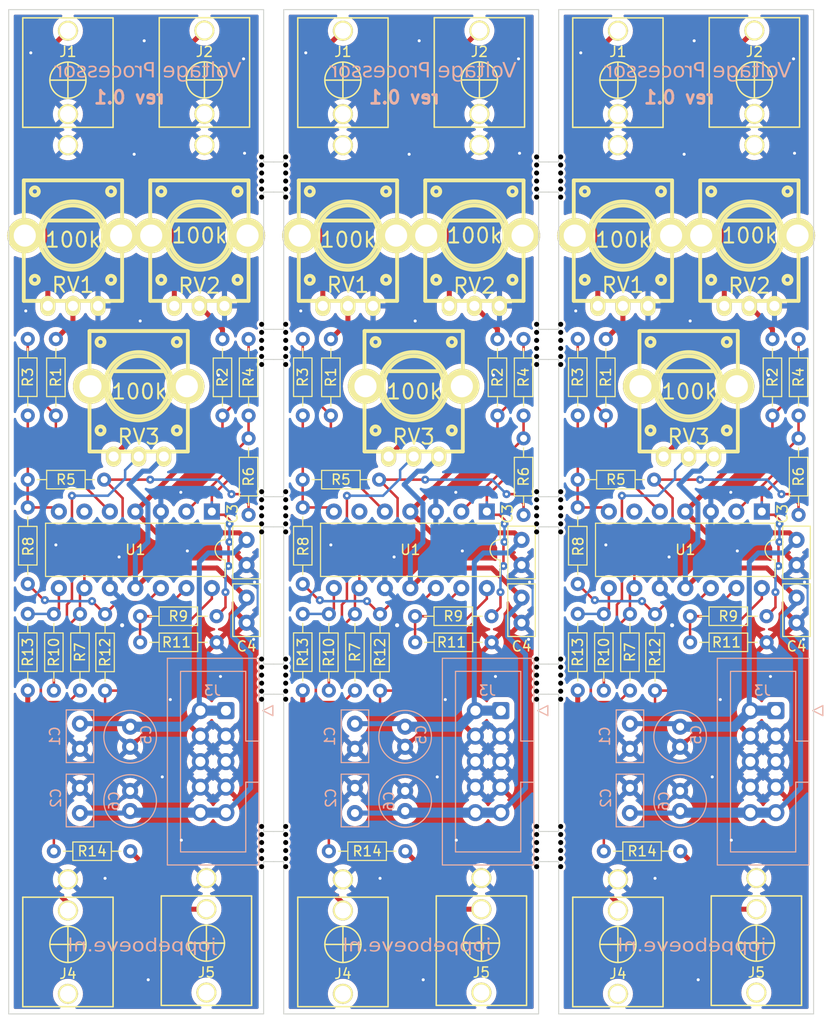
<source format=kicad_pcb>
(kicad_pcb (version 20240108) (generator "pcbnew") (generator_version "8.0")
  (title_block (title "Voltage Processor") (date "2024-07-28") (rev "0.1") (company "joppeboeve.nl"))
  (layers (0 "F.Cu" signal) (31 "B.Cu" signal) (34 "B.Paste" user) (35 "F.Paste" user) (36 "B.SilkS" user "B.Silkscreen") (37 "F.SilkS" user "F.Silkscreen") (38 "B.Mask" user) (39 "F.Mask" user) (44 "Edge.Cuts" user))
  (net 0 "")
  (net 1 "Board_0-+12V")
  (net 2 "Board_0--12V")
  (net 3 "Board_0-GND")
  (net 4 "Board_0-Net-(J1-Pad3)")
  (net 5 "Board_0-Net-(J2-Pad3)")
  (net 6 "Board_0-Net-(J4-Pad2)")
  (net 7 "Board_0-Net-(J5-Pad2)")
  (net 8 "Board_0-Net-(R1-Pad1)")
  (net 9 "Board_0-Net-(R10-Pad2)")
  (net 10 "Board_0-Net-(R12-Pad2)")
  (net 11 "Board_0-Net-(R2-Pad1)")
  (net 12 "Board_0-Net-(R3-Pad2)")
  (net 13 "Board_0-Net-(R4-Pad2)")
  (net 14 "Board_0-Net-(R7-Pad1)")
  (net 15 "Board_0-Net-(U1A--)")
  (net 16 "Board_0-Net-(U1B-+)")
  (net 17 "Board_0-Net-(U1C--)")
  (net 18 "Board_0-Net-(U1D-+)")
  (net 19 "Board_0-Net-(U1D--)")
  (net 20 "Board_0-unconnected-(J4-Pad3)")
  (net 21 "Board_0-unconnected-(J5-Pad3)")
  (net 22 "Board_0-unconnected-(U1B---Pad6)")
  (net 23 "Board_1-+12V")
  (net 24 "Board_1--12V")
  (net 25 "Board_1-GND")
  (net 26 "Board_1-Net-(J1-Pad3)")
  (net 27 "Board_1-Net-(J2-Pad3)")
  (net 28 "Board_1-Net-(J4-Pad2)")
  (net 29 "Board_1-Net-(J5-Pad2)")
  (net 30 "Board_1-Net-(R1-Pad1)")
  (net 31 "Board_1-Net-(R10-Pad2)")
  (net 32 "Board_1-Net-(R12-Pad2)")
  (net 33 "Board_1-Net-(R2-Pad1)")
  (net 34 "Board_1-Net-(R3-Pad2)")
  (net 35 "Board_1-Net-(R4-Pad2)")
  (net 36 "Board_1-Net-(R7-Pad1)")
  (net 37 "Board_1-Net-(U1A--)")
  (net 38 "Board_1-Net-(U1B-+)")
  (net 39 "Board_1-Net-(U1C--)")
  (net 40 "Board_1-Net-(U1D-+)")
  (net 41 "Board_1-Net-(U1D--)")
  (net 42 "Board_1-unconnected-(J4-Pad3)")
  (net 43 "Board_1-unconnected-(J5-Pad3)")
  (net 44 "Board_1-unconnected-(U1B---Pad6)")
  (net 45 "Board_2-+12V")
  (net 46 "Board_2--12V")
  (net 47 "Board_2-GND")
  (net 48 "Board_2-Net-(J1-Pad3)")
  (net 49 "Board_2-Net-(J2-Pad3)")
  (net 50 "Board_2-Net-(J4-Pad2)")
  (net 51 "Board_2-Net-(J5-Pad2)")
  (net 52 "Board_2-Net-(R1-Pad1)")
  (net 53 "Board_2-Net-(R10-Pad2)")
  (net 54 "Board_2-Net-(R12-Pad2)")
  (net 55 "Board_2-Net-(R2-Pad1)")
  (net 56 "Board_2-Net-(R3-Pad2)")
  (net 57 "Board_2-Net-(R4-Pad2)")
  (net 58 "Board_2-Net-(R7-Pad1)")
  (net 59 "Board_2-Net-(U1A--)")
  (net 60 "Board_2-Net-(U1B-+)")
  (net 61 "Board_2-Net-(U1C--)")
  (net 62 "Board_2-Net-(U1D-+)")
  (net 63 "Board_2-Net-(U1D--)")
  (net 64 "Board_2-unconnected-(J4-Pad3)")
  (net 65 "Board_2-unconnected-(J5-Pad3)")
  (net 66 "Board_2-unconnected-(U1B---Pad6)")
  (footprint "NPTH" (layer "F.Cu") (at 136 52.133334)
    (property "Reference" "KiKit_MB_7_5" (hide yes))
    (property "Value" "NPTH" (hide yes))
  )
  (footprint "NPTH" (layer "F.Cu") (at 133.6 86.266666)
    (property "Reference" "KiKit_MB_4_3" (hide yes))
    (property "Value" "NPTH" (hide yes))
  )
  (footprint "Resistor_THT:R_Axial_DIN0204_L3.6mm_D1.6mm_P7.62mm_Horizontal" (layer "F.Cu") (at 167.7 87.8 90)
    (property "Reference" "R10")
    (property "Value" "100k")
  )
  (footprint "NPTH" (layer "F.Cu") (at 136 102.133333)
    (property "Reference" "KiKit_MB_10_5" (hide yes))
    (property "Value" "NPTH" (hide yes))
  )
  (footprint "NPTH" (layer "F.Cu") (at 133.6 71.2)
    (property "Reference" "KiKit_MB_3_5" (hide yes))
    (property "Value" "NPTH" (hide yes))
  )
  (footprint "NPTH" (layer "F.Cu") (at 161 87.866666)
    (property "Reference" "KiKit_MB_14_5" (hide yes))
    (property "Value" "NPTH" (hide yes))
  )
  (footprint "libararies:trimmer_alps-rk09k1130ah1" (layer "F.Cu") (at 121.35 57.5)
    (property "Reference" "RV3")
    (property "Value" "100k")
  )
  (footprint "NPTH" (layer "F.Cu") (at 163.4 105.333333)
    (property "Reference" "KiKit_MB_20_1" (hide yes))
    (property "Value" "NPTH" (hide yes))
  )
  (footprint "Capacitor_THT:C_Disc_D5.0mm_W2.5mm_P2.50mm" (layer "F.Cu") (at 159.5 72.8 -90)
    (property "Reference" "C3")
    (property "Value" "0.1uF")
  )
  (footprint "Eurocad:PJ301M-12" (layer "F.Cu") (at 127.9 27)
    (property "Reference" "J2")
    (property "Value" "PJ301M-12")
  )
  (footprint "NPTH" (layer "F.Cu") (at 133.6 51.333334)
    (property "Reference" "KiKit_MB_2_1" (hide yes))
    (property "Value" "NPTH" (hide yes))
  )
  (footprint "Capacitor_THT:C_Disc_D5.0mm_W2.5mm_P2.50mm" (layer "F.Cu") (at 132.1 81.05 90)
    (property "Reference" "C4")
    (property "Value" "0.1uF")
  )
  (footprint "Resistor_THT:R_Axial_DIN0204_L3.6mm_D1.6mm_P7.62mm_Horizontal" (layer "F.Cu") (at 137.7 52.79 -90)
    (property "Reference" "R3")
    (property "Value" "100k")
  )
  (footprint "NPTH" (layer "F.Cu") (at 136 88.666666)
    (property "Reference" "KiKit_MB_9_1" (hide yes))
    (property "Value" "NPTH" (hide yes))
  )
  (footprint "Package_DIP:DIP-14_W7.62mm" (layer "F.Cu") (at 128.64 69.98 -90)
    (property "Reference" "U1")
    (property "Value" "TL074")
  )
  (footprint "NPTH" (layer "F.Cu") (at 161 53.733334)
    (property "Reference" "KiKit_MB_12_4" (hide yes))
    (property "Value" "NPTH" (hide yes))
  )
  (footprint "NPTH" (layer "F.Cu") (at 133.6 84.666666)
    (property "Reference" "KiKit_MB_4_1" (hide yes))
    (property "Value" "NPTH" (hide yes))
  )
  (footprint "Resistor_THT:R_Axial_DIN0204_L3.6mm_D1.6mm_P7.62mm_Horizontal" (layer "F.Cu") (at 167.9 52.8 -90)
    (property "Reference" "R1")
    (property "Value" "100k")
  )
  (footprint "libararies:trimmer_alps-rk09k1130ah1" (layer "F.Cu") (at 182.2 42.5)
    (property "Reference" "RV2")
    (property "Value" "100k")
  )
  (footprint "NPTH" (layer "F.Cu") (at 163.4 35.466667)
    (property "Reference" "KiKit_MB_16_5" (hide yes))
    (property "Value" "NPTH" (hide yes))
  )
  (footprint "NPTH" (layer "F.Cu") (at 136 68)
    (property "Reference" "KiKit_MB_8_6" (hide yes))
    (property "Value" "NPTH" (hide yes))
  )
  (footprint "NPTH" (layer "F.Cu") (at 136 87.066666)
    (property "Reference" "KiKit_MB_9_3" (hide yes))
    (property "Value" "NPTH" (hide yes))
  )
  (footprint "Resistor_THT:R_Axial_DIN0204_L3.6mm_D1.6mm_P7.62mm_Horizontal" (layer "F.Cu") (at 112.9 103.8)
    (property "Reference" "R14")
    (property "Value" "1k")
  )
  (footprint "NPTH" (layer "F.Cu") (at 161 38.666667)
    (property "Reference" "KiKit_MB_11_6" (hide yes))
    (property "Value" "NPTH" (hide yes))
  )
  (footprint "NPTH" (layer "F.Cu") (at 136 51.333334)
    (property "Reference" "KiKit_MB_7_6" (hide yes))
    (property "Value" "NPTH" (hide yes))
  )
  (footprint "NPTH" (layer "F.Cu") (at 136 68.8)
    (property "Reference" "KiKit_MB_8_5" (hide yes))
    (property "Value" "NPTH" (hide yes))
  )
  (footprint "Resistor_THT:R_Axial_DIN0204_L3.6mm_D1.6mm_P7.62mm_Horizontal" (layer "F.Cu") (at 145.4 80.19 -90)
    (property "Reference" "R12")
    (property "Value" "100k")
  )
  (footprint "NPTH" (layer "F.Cu") (at 133.6 37.866667)
    (property "Reference" "KiKit_MB_1_5" (hide yes))
    (property "Value" "NPTH" (hide yes))
  )
  (footprint "NPTH" (layer "F.Cu") (at 161 70.4)
    (property "Reference" "KiKit_MB_13_4" (hide yes))
    (property "Value" "NPTH" (hide yes))
  )
  (footprint "Resistor_THT:R_Axial_DIN0204_L3.6mm_D1.6mm_P7.62mm_Horizontal" (layer "F.Cu") (at 157.1 52.8 -90)
    (property "Reference" "R2")
    (property "Value" "100k")
  )
  (footprint "Eurocad:PJ301M-12" (layer "F.Cu") (at 141.7 27.02)
    (property "Reference" "J1")
    (property "Value" "PJ301M-12")
  )
  (footprint "NPTH" (layer "F.Cu") (at 133.6 87.866666)
    (property "Reference" "KiKit_MB_4_5" (hide yes))
    (property "Value" "NPTH" (hide yes))
  )
  (footprint "NPTH" (layer "F.Cu") (at 161 52.933334)
    (property "Reference" "KiKit_MB_12_3" (hide yes))
    (property "Value" "NPTH" (hide yes))
  )
  (footprint "NPTH" (layer "F.Cu") (at 136 69.6)
    (property "Reference" "KiKit_MB_8_4" (hide yes))
    (property "Value" "NPTH" (hide yes))
  )
  (footprint "Resistor_THT:R_Axial_DIN0204_L3.6mm_D1.6mm_P7.62mm_Horizontal" (layer "F.Cu") (at 112.9 87.8 90)
    (property "Reference" "R10")
    (property "Value" "100k")
  )
  (footprint "NPTH" (layer "F.Cu") (at 161 55.333334)
    (property "Reference" "KiKit_MB_12_6" (hide yes))
    (property "Value" "NPTH" (hide yes))
  )
  (footprint "Resistor_THT:R_Axial_DIN0204_L3.6mm_D1.6mm_P7.62mm_Horizontal" (layer "F.Cu") (at 129.7 52.8 -90)
    (property "Reference" "R2")
    (property "Value" "100k")
  )
  (footprint "Resistor_THT:R_Axial_DIN0204_L3.6mm_D1.6mm_P7.62mm_Horizontal" (layer "F.Cu") (at 129.12 83 180)
    (property "Reference" "R11")
    (property "Value" "100k")
  )
  (footprint "Resistor_THT:R_Axial_DIN0204_L3.6mm_D1.6mm_P7.62mm_Horizontal" (layer "F.Cu") (at 170.3 87.8 90)
    (property "Reference" "R7")
    (property "Value" "100k")
  )
  (footprint "libararies:trimmer_alps-rk09k1130ah1" (layer "F.Cu") (at 148.75 57.5)
    (property "Reference" "RV3")
    (property "Value" "100k")
  )
  (footprint "Resistor_THT:R_Axial_DIN0204_L3.6mm_D1.6mm_P7.62mm_Horizontal" (layer "F.Cu") (at 183.92 83 180)
    (property "Reference" "R11")
    (property "Value" "100k")
  )
  (footprint "NPTH" (layer "F.Cu") (at 133.6 102.933333)
    (property "Reference" "KiKit_MB_5_3" (hide yes))
    (property "Value" "NPTH" (hide yes))
  )
  (footprint "Resistor_THT:R_Axial_DIN0204_L3.6mm_D1.6mm_P7.62mm_Horizontal" (layer "F.Cu") (at 172.8 80.19 -90)
    (property "Reference" "R12")
    (property "Value" "100k")
  )
  (footprint "NPTH" (layer "F.Cu") (at 163.4 37.866667)
    (property "Reference" "KiKit_MB_16_2" (hide yes))
    (property "Value" "NPTH" (hide yes))
  )
  (footprint "NPTH" (layer "F.Cu") (at 133.6 103.733333)
    (property "Reference" "KiKit_MB_5_4" (hide yes))
    (property "Value" "NPTH" (hide yes))
  )
  (footprint "NPTH" (layer "F.Cu") (at 163.4 55.333334)
    (property "Reference" "KiKit_MB_17_1" (hide yes))
    (property "Value" "NPTH" (hide yes))
  )
  (footprint "NPTH" (layer "F.Cu") (at 133.6 52.933334)
    (property "Reference" "KiKit_MB_2_3" (hide yes))
    (property "Value" "NPTH" (hide yes))
  )
  (footprint "libararies:trimmer_alps-rk09k1130ah1" (layer "F.Cu") (at 127.4 42.5)
    (property "Reference" "RV2")
    (property "Value" "100k")
  )
  (footprint "Resistor_THT:R_Axial_DIN0204_L3.6mm_D1.6mm_P7.62mm_Horizontal" (layer "F.Cu") (at 115.5 87.8 90)
    (property "Reference" "R7")
    (property "Value" "100k")
  )
  (footprint "NPTH" (layer "F.Cu") (at 163.4 85.466666)
    (property "Reference" "KiKit_MB_19_5" (hide yes))
    (property "Value" "NPTH" (hide yes))
  )
  (footprint "NPTH" (layer "F.Cu") (at 161 34.666667)
    (property "Reference" "KiKit_MB_11_1" (hide yes))
    (property "Value" "NPTH" (hide yes))
  )
  (footprint "NPTH" (layer "F.Cu") (at 136 87.866666)
    (property "Reference" "KiKit_MB_9_2" (hide yes))
    (property "Value" "NPTH" (hide yes))
  )
  (footprint "NPTH" (layer "F.Cu") (at 163.4 54.533334)
    (property "Reference" "KiKit_MB_17_2" (hide yes))
    (property "Value" "NPTH" (hide yes))
  )
  (footprint "NPTH" (layer "F.Cu") (at 161 84.666666)
    (property "Reference" "KiKit_MB_14_1" (hide yes))
    (property "Value" "NPTH" (hide yes))
  )
  (footprint "NPTH" (layer "F.Cu") (at 163.4 52.933334)
    (property "Reference" "KiKit_MB_17_4" (hide yes))
    (property "Value" "NPTH" (hide yes))
  )
  (footprint "Resistor_THT:R_Axial_DIN0204_L3.6mm_D1.6mm_P7.62mm_Horizontal" (layer "F.Cu") (at 184.5 52.8 -90)
    (property "Reference" "R2")
    (property "Value" "100k")
  )
  (footprint "NPTH" (layer "F.Cu") (at 163.4 72)
    (property "Reference" "KiKit_MB_18_1" (hide yes))
    (property "Value" "NPTH" (hide yes))
  )
  (footprint "NPTH" (layer "F.Cu") (at 161 52.133334)
    (property "Reference" "KiKit_MB_12_2" (hide yes))
    (property "Value" "NPTH" (hide yes))
  )
  (footprint "Resistor_THT:R_Axial_DIN0204_L3.6mm_D1.6mm_P7.62mm_Horizontal" (layer "F.Cu") (at 140.3 87.8 90)
    (property "Reference" "R10")
    (property "Value" "100k")
  )
  (footprint "NPTH" (layer "F.Cu") (at 136 37.066667)
    (property "Reference" "KiKit_MB_6_3" (hide yes))
    (property "Value" "NPTH" (hide yes))
  )
  (footprint "NPTH" (layer "F.Cu") (at 163.4 53.733334)
    (property "Reference" "KiKit_MB_17_3" (hide yes))
    (property "Value" "NPTH" (hide yes))
  )
  (footprint "NPTH" (layer "F.Cu") (at 136 54.533334)
    (property "Reference" "KiKit_MB_7_2" (hide yes))
    (property "Value" "NPTH" (hide yes))
  )
  (footprint "NPTH" (layer "F.Cu") (at 163.4 102.133333)
    (property "Reference" "KiKit_MB_20_5" (hide yes))
    (property "Value" "NPTH" (hide yes))
  )
  (footprint "NPTH" (layer "F.Cu") (at 136 101.333333)
    (property "Reference" "KiKit_MB_10_6" (hide yes))
    (property "Value" "NPTH" (hide yes))
  )
  (footprint "Resistor_THT:R_Axial_DIN0204_L3.6mm_D1.6mm_P7.62mm_Horizontal" (layer "F.Cu") (at 110.29 66.8)
    (property "Reference" "R5")
    (property "Value" "100k")
  )
  (footprint "Eurocad:PJ301M-12" (layer "F.Cu") (at 182.7 27)
    (property "Reference" "J2")
    (property "Value" "PJ301M-12")
  )
  (footprint "NPTH" (layer "F.Cu") (at 163.4 70.4)
    (property "Reference" "KiKit_MB_18_3" (hide yes))
    (property "Value" "NPTH" (hide yes))
  )
  (footprint "Eurocad:PJ301M-12" (layer "F.Cu") (at 141.7 113.08 180)
    (property "Reference" "J4")
    (property "Value" "PJ301M-12")
  )
  (footprint "NPTH" (layer "F.Cu") (at 136 55.333334)
    (property "Reference" "KiKit_MB_7_1" (hide yes))
    (property "Value" "NPTH" (hide yes))
  )
  (footprint "NPTH" (layer "F.Cu") (at 161 103.733333)
    (property "Reference" "KiKit_MB_15_4" (hide yes))
    (property "Value" "NPTH" (hide yes))
  )
  (footprint "NPTH" (layer "F.Cu") (at 163.4 69.6)
    (property "Reference" "KiKit_MB_18_4" (hide yes))
    (property "Value" "NPTH" (hide yes))
  )
  (footprint "Capacitor_THT:C_Disc_D5.0mm_W2.5mm_P2.50mm" (layer "F.Cu") (at 132.1 72.8 -90)
    (property "Reference" "C3")
    (property "Value" "0.1uF")
  )
  (footprint "Resistor_THT:R_Axial_DIN0204_L3.6mm_D1.6mm_P7.62mm_Horizontal" (layer "F.Cu") (at 140.5 52.8 -90)
    (property "Reference" "R1")
    (property "Value" "100k")
  )
  (footprint "Resistor_THT:R_Axial_DIN0204_L3.6mm_D1.6mm_P7.62mm_Horizontal" (layer "F.Cu") (at 156.52 83 180)
    (property "Reference" "R11")
    (property "Value" "100k")
  )
  (footprint "NPTH" (layer "F.Cu") (at 161 102.133333)
    (property "Reference" "KiKit_MB_15_2" (hide yes))
    (property "Value" "NPTH" (hide yes))
  )
  (footprint "NPTH" (layer "F.Cu") (at 163.4 103.733333)
    (property "Reference" "KiKit_MB_20_3" (hide yes))
    (property "Value" "NPTH" (hide yes))
  )
  (footprint "NPTH" (layer "F.Cu") (at 161 37.066667)
    (property "Reference" "KiKit_MB_11_4" (hide yes))
    (property "Value" "NPTH" (hide yes))
  )
  (footprint "Resistor_THT:R_Axial_DIN0204_L3.6mm_D1.6mm_P7.62mm_Horizontal" (layer "F.Cu") (at 167.7 103.8)
    (property "Reference" "R14")
    (property "Value" "1k")
  )
  (footprint "NPTH" (layer "F.Cu") (at 163.4 37.066667)
    (property "Reference" "KiKit_MB_16_3" (hide yes))
    (property "Value" "NPTH" (hide yes))
  )
  (footprint "Resistor_THT:R_Axial_DIN0204_L3.6mm_D1.6mm_P7.62mm_Horizontal" (layer "F.Cu") (at 132.3 62.69 -90)
    (property "Reference" "R6")
    (property "Value" "100k")
  )
  (footprint "NPTH" (layer "F.Cu") (at 133.6 104.533333)
    (property "Reference" "KiKit_MB_5_5" (hide yes))
    (property "Value" "NPTH" (hide yes))
  )
  (footprint "Capacitor_THT:C_Disc_D5.0mm_W2.5mm_P2.50mm" (layer "F.Cu") (at 159.5 81.05 90)
    (property "Reference" "C4")
    (property "Value" "0.1uF")
  )
  (footprint "NPTH" (layer "F.Cu") (at 161 51.333334)
    (property "Reference" "KiKit_MB_12_1" (hide yes))
    (property "Value" "NPTH" (hide yes))
  )
  (footprint "NPTH" (layer "F.Cu") (at 133.6 34.666667)
    (property "Reference" "KiKit_MB_1_1" (hide yes))
    (property "Value" "NPTH" (hide yes))
  )
  (footprint "NPTH" (layer "F.Cu") (at 133.6 54.533334)
    (property "Reference" "KiKit_MB_2_5" (hide yes))
    (property "Value" "NPTH" (hide yes))
  )
  (footprint "NPTH" (layer "F.Cu") (at 133.6 69.6)
    (property "Reference" "KiKit_MB_3_3" (hide yes))
    (property "Value" "NPTH" (hide yes))
  )
  (footprint "NPTH" (layer "F.Cu") (at 133.6 105.333333)
    (property "Reference" "KiKit_MB_5_6" (hide yes))
    (property "Value" "NPTH" (hide yes))
  )
  (footprint "NPTH" (layer "F.Cu") (at 161 37.866667)
    (property "Reference" "KiKit_MB_11_5" (hide yes))
    (property "Value" "NPTH" (hide yes))
  )
  (footprint "NPTH" (layer "F.Cu") (at 163.4 38.666667)
    (property "Reference" "KiKit_MB_16_1" (hide yes))
    (property "Value" "NPTH" (hide yes))
  )
  (footprint "NPTH" (layer "F.Cu") (at 136 70.4)
    (property "Reference" "KiKit_MB_8_3" (hide yes))
    (property "Value" "NPTH" (hide yes))
  )
  (footprint "NPTH" (layer "F.Cu") (at 163.4 84.666666)
    (property "Reference" "KiKit_MB_19_6" (hide yes))
    (property "Value" "NPTH" (hide yes))
  )
  (footprint "NPTH" (layer "F.Cu") (at 133.6 88.666666)
    (property "Reference" "KiKit_MB_4_6" (hide yes))
    (property "Value" "NPTH" (hide yes))
  )
  (footprint "NPTH" (layer "F.Cu") (at 161 105.333333)
    (property "Reference" "KiKit_MB_15_6" (hide yes))
    (property "Value" "NPTH" (hide yes))
  )
  (footprint "NPTH" (layer "F.Cu") (at 163.4 102.933333)
    (property "Reference" "KiKit_MB_20_4" (hide yes))
    (property "Value" "NPTH" (hide yes))
  )
  (footprint "Resistor_THT:R_Axial_DIN0204_L3.6mm_D1.6mm_P7.62mm_Horizontal" (layer "F.Cu") (at 137.69 66.8)
    (property "Reference" "R5")
    (property "Value" "100k")
  )
  (footprint "Capacitor_THT:C_Disc_D5.0mm_W2.5mm_P2.50mm" (layer "F.Cu") (at 186.9 72.8 -90)
    (property "Reference" "C3")
    (property "Value" "0.1uF")
  )
  (footprint "Resistor_THT:R_Axial_DIN0204_L3.6mm_D1.6mm_P7.62mm_Horizontal" (layer "F.Cu") (at 110.3 52.79 -90)
    (property "Reference" "R3")
    (property "Value" "100k")
  )
  (footprint "NPTH" (layer "F.Cu") (at 163.4 68)
    (property "Reference" "KiKit_MB_18_6" (hide yes))
    (property "Value" "NPTH" (hide yes))
  )
  (footprint "NPTH" (layer "F.Cu") (at 163.4 88.666666)
    (property "Reference" "KiKit_MB_19_1" (hide yes))
    (property "Value" "NPTH" (hide yes))
  )
  (footprint "Resistor_THT:R_Axial_DIN0204_L3.6mm_D1.6mm_P7.62mm_Horizontal" (layer "F.Cu") (at 137.7 80.17 -90)
    (property "Reference" "R13")
    (property "Value" "1k")
  )
  (footprint "NPTH" (layer "F.Cu") (at 133.6 35.466667)
    (property "Reference" "KiKit_MB_1_2" (hide yes))
    (property "Value" "NPTH" (hide yes))
  )
  (footprint "NPTH" (layer "F.Cu") (at 161 71.2)
    (property "Reference" "KiKit_MB_13_5" (hide yes))
    (property "Value" "NPTH" (hide yes))
  )
  (footprint "Resistor_THT:R_Axial_DIN0204_L3.6mm_D1.6mm_P7.62mm_Horizontal" (layer "F.Cu") (at 187.1 52.8 -90)
    (property "Reference" "R4")
    (property "Value" "100k")
  )
  (footprint "NPTH" (layer "F.Cu") (at 163.4 87.866666)
    (property "Reference" "KiKit_MB_19_2" (hide yes))
    (property "Value" "NPTH" (hide yes))
  )
  (footprint "NPTH" (layer "F.Cu") (at 133.6 68.8)
    (property "Reference" "KiKit_MB_3_2" (hide yes))
    (property "Value" "NPTH" (hide yes))
  )
  (footprint "Resistor_THT:R_Axial_DIN0204_L3.6mm_D1.6mm_P7.62mm_Horizontal" (layer "F.Cu") (at 110.3 80.17 -90)
    (property "Reference" "R13")
    (property "Value" "1k")
  )
  (footprint "NPTH" (layer "F.Cu") (at 136 36.266667)
    (property "Reference" "KiKit_MB_6_4" (hide yes))
    (property "Value" "NPTH" (hide yes))
  )
  (footprint "NPTH" (layer "F.Cu") (at 161 68.8)
    (property "Reference" "KiKit_MB_13_2" (hide yes))
    (property "Value" "NPTH" (hide yes))
  )
  (footprint "Resistor_THT:R_Axial_DIN0204_L3.6mm_D1.6mm_P7.62mm_Horizontal" (layer "F.Cu") (at 159.7 62.69 -90)
    (property "Reference" "R6")
    (property "Value" "100k")
  )
  (footprint "NPTH" (layer "F.Cu") (at 133.6 70.4)
    (property "Reference" "KiKit_MB_3_4" (hide yes))
    (property "Value" "NPTH" (hide yes))
  )
  (footprint "Capacitor_THT:C_Disc_D5.0mm_W2.5mm_P2.50mm" (layer "F.Cu") (at 186.9 81.05 90)
    (property "Reference" "C4")
    (property "Value" "0.1uF")
  )
  (footprint "NPTH" (layer "F.Cu") (at 136 34.666667)
    (property "Reference" "KiKit_MB_6_6" (hide yes))
    (property "Value" "NPTH" (hide yes))
  )
  (footprint "NPTH" (layer "F.Cu") (at 136 105.333333)
    (property "Reference" "KiKit_MB_10_1" (hide yes))
    (property "Value" "NPTH" (hide yes))
  )
  (footprint "NPTH" (layer "F.Cu") (at 163.4 34.666667)
    (property "Reference" "KiKit_MB_16_6" (hide yes))
    (property "Value" "NPTH" (hide yes))
  )
  (footprint "NPTH" (layer "F.Cu") (at 161 69.6)
    (property "Reference" "KiKit_MB_13_3" (hide yes))
    (property "Value" "NPTH" (hide yes))
  )
  (footprint "NPTH" (layer "F.Cu") (at 161 54.533334)
    (property "Reference" "KiKit_MB_12_5" (hide yes))
    (property "Value" "NPTH" (hide yes))
  )
  (footprint "Package_DIP:DIP-14_W7.62mm" (layer "F.Cu") (at 183.44 69.98 -90)
    (property "Reference" "U1")
    (property "Value" "TL074")
  )
  (footprint "NPTH" (layer "F.Cu") (at 163.4 52.133334)
    (property "Reference" "KiKit_MB_17_5" (hide yes))
    (property "Value" "NPTH" (hide yes))
  )
  (footprint "Resistor_THT:R_Axial_DIN0204_L3.6mm_D1.6mm_P7.62mm_Horizontal" (layer "F.Cu") (at 132.3 52.8 -90)
    (property "Reference" "R4")
    (property "Value" "100k")
  )
  (footprint "Resistor_THT:R_Axial_DIN0204_L3.6mm_D1.6mm_P7.62mm_Horizontal" (layer "F.Cu") (at 165.1 80.17 -90)
    (property "Reference" "R13")
    (property "Value" "1k")
  )
  (footprint "Eurocad:PJ301M-12" (layer "F.Cu") (at 155.5 112.9525 180)
    (property "Reference" "J5")
    (property "Value" "PJ301M-12")
  )
  (footprint "Resistor_THT:R_Axial_DIN0204_L3.6mm_D1.6mm_P7.62mm_Horizontal" (layer "F.Cu") (at 142.9 87.8 90)
    (property "Reference" "R7")
    (property "Value" "100k")
  )
  (footprint "Resistor_THT:R_Axial_DIN0204_L3.6mm_D1.6mm_P7.62mm_Horizontal" (layer "F.Cu") (at 159.7 52.8 -90)
    (property "Reference" "R4")
    (property "Value" "100k")
  )
  (footprint "NPTH" (layer "F.Cu") (at 161 68)
    (property "Reference" "KiKit_MB_13_1" (hide yes))
    (property "Value" "NPTH" (hide yes))
  )
  (footprint "Eurocad:PJ301M-12" (layer "F.Cu") (at 114.3 113.08 180)
    (property "Reference" "J4")
    (property "Value" "PJ301M-12")
  )
  (footprint "NPTH" (layer "F.Cu") (at 136 104.533333)
    (property "Reference" "KiKit_MB_10_2" (hide yes))
    (property "Value" "NPTH" (hide yes))
  )
  (footprint "NPTH" (layer "F.Cu") (at 163.4 101.333333)
    (property "Reference" "KiKit_MB_20_6" (hide yes))
    (property "Value" "NPTH" (hide yes))
  )
  (footprint "NPTH" (layer "F.Cu") (at 133.6 101.333333)
    (property "Reference" "KiKit_MB_5_1" (hide yes))
    (property "Value" "NPTH" (hide yes))
  )
  (footprint "NPTH" (layer "F.Cu") (at 161 88.666666)
    (property "Reference" "KiKit_MB_14_6" (hide yes))
    (property "Value" "NPTH" (hide yes))
  )
  (footprint "Resistor_THT:R_Axial_DIN0204_L3.6mm_D1.6mm_P7.62mm_Horizontal" (layer "F.Cu") (at 118 80.19 -90)
    (property "Reference" "R12")
    (property "Value" "100k")
  )
  (footprint "Eurocad:PJ301M-12" (layer "F.Cu") (at 182.9 112.9525 180)
    (property "Reference" "J5")
    (property "Value" "PJ301M-12")
  )
  (footprint "NPTH" (layer "F.Cu") (at 133.6 52.133334)
    (property "Reference" "KiKit_MB_2_2" (hide yes))
    (property "Value" "NPTH" (hide yes))
  )
  (footprint "Resistor_THT:R_Axial_DIN0204_L3.6mm_D1.6mm_P7.62mm_Horizontal" (layer "F.Cu") (at 187.1 62.69 -90)
    (property "Reference" "R6")
    (property "Value" "100k")
  )
  (footprint "NPTH" (layer "F.Cu") (at 136 84.666666)
    (property "Reference" "KiKit_MB_9_6" (hide yes))
    (property "Value" "NPTH" (hide yes))
  )
  (footprint "NPTH" (layer "F.Cu") (at 163.4 51.333334)
    (property "Reference" "KiKit_MB_17_6" (hide yes))
    (property "Value" "NPTH" (hide yes))
  )
  (footprint "NPTH" (layer "F.Cu") (at 161 86.266666)
    (property "Reference" "KiKit_MB_14_3" (hide yes))
    (property "Value" "NPTH" (hide yes))
  )
  (footprint "NPTH" (layer "F.Cu") (at 163.4 36.266667)
    (property "Reference" "KiKit_MB_16_4" (hide yes))
    (property "Value" "NPTH" (hide yes))
  )
  (footprint "Eurocad:PJ301M-12" (layer "F.Cu") (at 114.3 27.02)
    (property "Reference" "J1")
    (property "Value" "PJ301M-12")
  )
  (footprint "Eurocad:PJ301M-12" (layer "F.Cu") (at 155.3 27)
    (property "Reference" "J2")
    (property "Value" "PJ301M-12")
  )
  (footprint "Resistor_THT:R_Axial_DIN0204_L3.6mm_D1.6mm_P7.62mm_Horizontal" (layer "F.Cu") (at 140.3 103.8)
    (property "Reference" "R14")
    (property "Value" "1k")
  )
  (footprint "libararies:trimmer_alps-rk09k1130ah1" (layer "F.Cu") (at 154.8 42.5)
    (property "Reference" "RV2")
    (property "Value" "100k")
  )
  (footprint "NPTH" (layer "F.Cu") (at 136 38.666667)
    (property "Reference" "KiKit_MB_6_1" (hide yes))
    (property "Value" "NPTH" (hide yes))
  )
  (footprint "NPTH" (layer "F.Cu") (at 133.6 55.333334)
    (property "Reference" "KiKit_MB_2_6" (hide yes))
    (property "Value" "NPTH" (hide yes))
  )
  (footprint "NPTH" (layer "F.Cu") (at 161 101.333333)
    (property "Reference" "KiKit_MB_15_1" (hide yes))
    (property "Value" "NPTH" (hide yes))
  )
  (footprint "NPTH" (layer "F.Cu") (at 133.6 38.666667)
    (property "Reference" "KiKit_MB_1_6" (hide yes))
    (property "Value" "NPTH" (hide yes))
  )
  (footprint "NPTH" (layer "F.Cu") (at 136 102.933333)
    (property "Reference" "KiKit_MB_10_4" (hide yes))
    (property "Value" "NPTH" (hide yes))
  )
  (footprint "NPTH" (layer "F.Cu") (at 133.6 87.066666)
    (property "Reference" "KiKit_MB_4_4" (hide yes))
    (property "Value" "NPTH" (hide yes))
  )
  (footprint "NPTH" (layer "F.Cu") (at 161 36.266667)
    (property "Reference" "KiKit_MB_11_3" (hide yes))
    (property "Value" "NPTH" (hide yes))
  )
  (footprint "NPTH" (layer "F.Cu") (at 163.4 86.266666)
    (property "Reference" "KiKit_MB_19_4" (hide yes))
    (property "Value" "NPTH" (hide yes))
  )
  (footprint "NPTH" (layer "F.Cu") (at 136 103.733333)
    (property "Reference" "KiKit_MB_10_3" (hide yes))
    (property "Value" "NPTH" (hide yes))
  )
  (footprint "NPTH" (layer "F.Cu") (at 133.6 36.266667)
    (property "Reference" "KiKit_MB_1_3" (hide yes))
    (property "Value" "NPTH" (hide yes))
  )
  (footprint "NPTH" (layer "F.Cu") (at 133.6 72)
    (property "Reference" "KiKit_MB_3_6" (hide yes))
    (property "Value" "NPTH" (hide yes))
  )
  (footprint "NPTH" (layer "F.Cu") (at 133.6 37.066667)
    (property "Reference" "KiKit_MB_1_4" (hide yes))
    (property "Value" "NPTH" (hide yes))
  )
  (footprint "Resistor_THT:R_Axial_DIN0204_L3.6mm_D1.6mm_P7.62mm_Horizontal" (layer "F.Cu") (at 137.7 69.57 -90)
    (property "Reference" "R8")
    (property "Value" "100k")
  )
  (footprint "NPTH" (layer "F.Cu") (at 136 35.466667)
    (property "Reference" "KiKit_MB_6_5" (hide yes))
    (property "Value" "NPTH" (hide yes))
  )
  (footprint "NPTH" (layer "F.Cu") (at 161 102.933333)
    (property "Reference" "KiKit_MB_15_3" (hide yes))
    (property "Value" "NPTH" (hide yes))
  )
  (footprint "NPTH" (layer "F.Cu") (at 136 53.733334)
    (property "Reference" "KiKit_MB_7_3" (hide yes))
    (property "Value" "NPTH" (hide yes))
  )
  (footprint "libararies:trimmer_alps-rk09k1130ah1" (layer "F.Cu") (at 114.8 42.5)
    (property "Reference" "RV1")
    (property "Value" "100k")
  )
  (footprint "NPTH" (layer "F.Cu") (at 136 52.933334)
    (property "Reference" "KiKit_MB_7_4" (hide yes))
    (property "Value" "NPTH" (hide yes))
  )
  (footprint "NPTH" (layer "F.Cu") (at 163.4 71.2)
    (property "Reference" "KiKit_MB_18_2" (hide yes))
    (property "Value" "NPTH" (hide yes))
  )
  (footprint "libararies:trimmer_alps-rk09k1130ah1" (layer "F.Cu") (at 142.2 42.5)
    (property "Reference" "RV1")
    (property "Value" "100k")
  )
  (footprint "NPTH" (layer "F.Cu") (at 136 71.2)
    (property "Reference" "KiKit_MB_8_2" (hide yes))
    (property "Value" "NPTH" (hide yes))
  )
  (footprint "NPTH" (layer "F.Cu") (at 163.4 104.533333)
    (property "Reference" "KiKit_MB_20_2" (hide yes))
    (property "Value" "NPTH" (hide yes))
  )
  (footprint "NPTH" (layer "F.Cu") (at 136 72)
    (property "Reference" "KiKit_MB_8_1" (hide yes))
    (property "Value" "NPTH" (hide yes))
  )
  (footprint "NPTH" (layer "F.Cu") (at 133.6 53.733334)
    (property "Reference" "KiKit_MB_2_4" (hide yes))
    (property "Value" "NPTH" (hide yes))
  )
  (footprint "Package_DIP:DIP-14_W7.62mm" (layer "F.Cu") (at 156.04 69.98 -90)
    (property "Reference" "U1")
    (property "Value" "TL074")
  )
  (footprint "NPTH" (layer "F.Cu") (at 163.4 87.066666)
    (property "Reference" "KiKit_MB_19_3" (hide yes))
    (property "Value" "NPTH" (hide yes))
  )
  (footprint "NPTH" (layer "F.Cu") (at 161 72)
    (property "Reference" "KiKit_MB_13_6" (hide yes))
    (property "Value" "NPTH" (hide yes))
  )
  (footprint "Resistor_THT:R_Axial_DIN0204_L3.6mm_D1.6mm_P7.62mm_Horizontal" (layer "F.Cu") (at 165.1 52.79 -90)
    (property "Reference" "R3")
    (property "Value" "100k")
  )
  (footprint "NPTH" (layer "F.Cu") (at 161 35.466667)
    (property "Reference" "KiKit_MB_11_2" (hide yes))
    (property "Value" "NPTH" (hide yes))
  )
  (footprint "Resistor_THT:R_Axial_DIN0204_L3.6mm_D1.6mm_P7.62mm_Horizontal" (layer "F.Cu") (at 156.51 80.4 180)
    (property "Reference" "R9")
    (property "Value" "100k")
  )
  (footprint "NPTH" (layer "F.Cu") (at 133.6 68)
    (property "Reference" "KiKit_MB_3_1" (hide yes))
    (property "Value" "NPTH" (hide yes))
  )
  (footprint "Eurocad:PJ301M-12" (layer "F.Cu") (at 128.1 112.9525 180)
    (property "Reference" "J5")
    (property "Value" "PJ301M-12")
  )
  (footprint "Resistor_THT:R_Axial_DIN0204_L3.6mm_D1.6mm_P7.62mm_Horizontal" (layer "F.Cu") (at 165.09 66.8)
    (property "Reference" "R5")
    (property "Value" "100k")
  )
  (footprint "Resistor_THT:R_Axial_DIN0204_L3.6mm_D1.6mm_P7.62mm_Horizontal" (layer "F.Cu") (at 183.91 80.4 180)
    (property "Reference" "R9")
    (property "Value" "100k")
  )
  (footprint "NPTH" (layer "F.Cu") (at 161 87.066666)
    (property "Reference" "KiKit_MB_14_4" (hide yes))
    (property "Value" "NPTH" (hide yes))
  )
  (footprint "Resistor_THT:R_Axial_DIN0204_L3.6mm_D1.6mm_P7.62mm_Horizontal" (layer "F.Cu") (at 110.3 69.57 -90)
    (property "Reference" "R8")
    (property "Value" "100k")
  )
  (footprint "libararies:trimmer_alps-rk09k1130ah1" (layer "F.Cu") (at 169.6 42.5)
    (property "Reference" "RV1")
    (property "Value" "100k")
  )
  (footprint "NPTH" (layer "F.Cu") (at 163.4 68.8)
    (property "Reference" "KiKit_MB_18_5" (hide yes))
    (property "Value" "NPTH" (hide yes))
  )
  (footprint "libararies:trimmer_alps-rk09k1130ah1" (layer "F.Cu") (at 176.15 57.5)
    (property "Reference" "RV3")
    (property "Value" "100k")
  )
  (footprint "NPTH" (layer "F.Cu") (at 161 85.466666)
    (property "Reference" "KiKit_MB_14_2" (hide yes))
    (property "Value" "NPTH" (hide yes))
  )
  (footprint "NPTH" (layer "F.Cu") (at 133.6 102.133333)
    (property "Reference" "KiKit_MB_5_2" (hide yes))
    (property "Value" "NPTH" (hide yes))
  )
  (footprint "NPTH" (layer "F.Cu") (at 161 104.533333)
    (property "Reference" "KiKit_MB_15_5" (hide yes))
    (property "Value" "NPTH" (hide yes))
  )
  (footprint "Eurocad:PJ301M-12" (layer "F.Cu") (at 169.1 27.02)
    (property "Reference" "J1")
    (property "Value" "PJ301M-12")
  )
  (footprint "NPTH" (layer "F.Cu") (at 136 85.466666)
    (property "Reference" "KiKit_MB_9_5" (hide yes))
    (property "Value" "NPTH" (hide yes))
  )
  (footprint "Resistor_THT:R_Axial_DIN0204_L3.6mm_D1.6mm_P7.62mm_Horizontal" (layer "F.Cu") (at 165.1 69.57 -90)
    (property "Reference" "R8")
    (property "Value" "100k")
  )
  (footprint "Resistor_THT:R_Axial_DIN0204_L3.6mm_D1.6mm_P7.62mm_Horizontal" (layer "F.Cu") (at 129.11 80.4 180)
    (property "Reference" "R9")
    (property "Value" "100k")
  )
  (footprint "NPTH" (layer "F.Cu") (at 136 37.866667)
    (property "Reference" "KiKit_MB_6_2" (hide yes))
    (property "Value" "NPTH" (hide yes))
  )
  (footprint "NPTH" (layer "F.Cu") (at 136 86.266666)
    (property "Reference" "KiKit_MB_9_4" (hide yes))
    (property "Value" "NPTH" (hide yes))
  )
  (footprint "Eurocad:PJ301M-12" (layer "F.Cu") (at 169.1 113.08 180)
    (property "Reference" "J4")
    (property "Value" "PJ301M-12")
  )
  (footprint "NPTH" (layer "F.Cu") (at 133.6 85.466666)
    (property "Reference" "KiKit_MB_4_2" (hide yes))
    (property "Value" "NPTH" (hide yes))
  )
  (footprint "Resistor_THT:R_Axial_DIN0204_L3.6mm_D1.6mm_P7.62mm_Horizontal" (layer "F.Cu") (at 113.1 52.8 -90)
    (property "Reference" "R1")
    (property "Value" "100k")
  )
  (footprint "Capacitor_THT:C_Radial_D5.0mm_H11.0mm_P2.00mm" (layer "B.Cu") (at 120.5 97.8 -90)
    (property "Reference" "C6")
    (property "Value" "47uF")
  )
  (footprint "Capacitor_THT:C_Disc_D5.0mm_W2.5mm_P2.50mm" (layer "B.Cu") (at 142.9 97.5 -90)
    (property "Reference" "C2")
    (property "Value" "0.1uF")
  )
  (footprint "Capacitor_THT:C_Disc_D5.0mm_W2.5mm_P2.50mm" (layer "B.Cu") (at 115.5 97.5 -90)
    (property "Reference" "C2")
    (property "Value" "0.1uF")
  )
  (footprint "Capacitor_THT:C_Radial_D5.0mm_H11.0mm_P2.00mm" (layer "B.Cu") (at 175.3 97.8 -90)
    (property "Reference" "C6")
    (property "Value" "47uF")
  )
  (footprint "Connector_IDC:IDC-Header_2x05_P2.54mm_Vertical" (layer "B.Cu") (at 184.84 89.8 180)
    (property "Reference" "J3")
    (property "Value" "Eurorack power")
  )
  (footprint "Capacitor_THT:C_Radial_D5.0mm_H11.0mm_P2.00mm" (layer "B.Cu") (at 147.9 91.4 -90)
    (property "Reference" "C5")
    (property "Value" "47uF")
  )
  (footprint "Capacitor_THT:C_Disc_D5.0mm_W2.5mm_P2.50mm" (layer "B.Cu") (at 170.3 91.1 -90)
    (property "Reference" "C1")
    (property "Value" "0.1uF")
  )
  (footprint "Capacitor_THT:C_Disc_D5.0mm_W2.5mm_P2.50mm" (layer "B.Cu") (at 170.3 97.5 -90)
    (property "Reference" "C2")
    (property "Value" "0.1uF")
  )
  (footprint "Capacitor_THT:C_Disc_D5.0mm_W2.5mm_P2.50mm" (layer "B.Cu") (at 142.9 91.1 -90)
    (property "Reference" "C1")
    (property "Value" "0.1uF")
  )
  (footprint "Connector_IDC:IDC-Header_2x05_P2.54mm_Vertical" (layer "B.Cu") (at 130.04 89.8 180)
    (property "Reference" "J3")
    (property "Value" "Eurorack power")
  )
  (footprint "Capacitor_THT:C_Radial_D5.0mm_H11.0mm_P2.00mm" (layer "B.Cu") (at 175.3 91.4 -90)
    (property "Reference" "C5")
    (property "Value" "47uF")
  )
  (footprint "Capacitor_THT:C_Disc_D5.0mm_W2.5mm_P2.50mm" (layer "B.Cu") (at 115.5 91.1 -90)
    (property "Reference" "C1")
    (property "Value" "0.1uF")
  )
  (footprint "Connector_IDC:IDC-Header_2x05_P2.54mm_Vertical" (layer "B.Cu") (at 157.44 89.8 180)
    (property "Reference" "J3")
    (property "Value" "Eurorack power")
  )
  (footprint "Capacitor_THT:C_Radial_D5.0mm_H11.0mm_P2.00mm" (layer "B.Cu") (at 120.5 91.4 -90)
    (property "Reference" "C5")
    (property "Value" "47uF")
  )
  (footprint "Capacitor_THT:C_Radial_D5.0mm_H11.0mm_P2.00mm" (layer "B.Cu") (at 147.9 97.8 -90)
    (property "Reference" "C6")
    (property "Value" "47uF")
  )
  (gr_line (start 134.801 101.833333) (end 134.799 101.833333) (stroke (width 0.1)) (layer "Edge.Cuts"))
  (gr_line (start 161.2 101.833333) (end 161.2 88.166666) (stroke (width 0.1)) (layer "Edge.Cuts"))
  (gr_line (start 134.801 88.166666) (end 135.8 88.166666) (stroke (width 0.1)) (layer "Edge.Cuts"))
  (gr_line (start 134.801 51.833333) (end 134.799 51.833333) (stroke (width 0.1)) (layer "Edge.Cuts"))
  (gr_line (start 133.8 120) (end 133.8 104.833333) (stroke (width 0.1)) (layer "Edge.Cuts"))
  (gr_line (start 134.799 38.166666) (end 134.801 38.166666) (stroke (width 0.1)) (layer "Edge.Cuts"))
  (gr_line (start 135.8 104.833333) (end 135.8 120) (stroke (width 0.1)) (layer "Edge.Cuts"))
  (gr_line (start 161.2 71.5) (end 162.199 71.5) (stroke (width 0.1)) (layer "Edge.Cuts"))
  (gr_line (start 135.8 71.5) (end 135.8 85.166666) (stroke (width 0.1)) (layer "Edge.Cuts"))
  (gr_line (start 161.2 104.833333) (end 162.199 104.833333) (stroke (width 0.1)) (layer "Edge.Cuts"))
  (gr_line (start 133.8 88.166666) (end 134.799 88.166666) (stroke (width 0.1)) (layer "Edge.Cuts"))
  (gr_line (start 162.201 51.833333) (end 162.199 51.833333) (stroke (width 0.1)) (layer "Edge.Cuts"))
  (gr_line (start 161.2 54.833333) (end 162.199 54.833333) (stroke (width 0.1)) (layer "Edge.Cuts"))
  (gr_line (start 134.801 68.5) (end 134.799 68.5) (stroke (width 0.1)) (layer "Edge.Cuts"))
  (gr_line (start 161.2 68.5) (end 161.2 54.833333) (stroke (width 0.1)) (layer "Edge.Cuts"))
  (gr_line (start 162.201 71.5) (end 163.2 71.5) (stroke (width 0.1)) (layer "Edge.Cuts"))
  (gr_line (start 162.201 101.833333) (end 162.199 101.833333) (stroke (width 0.1)) (layer "Edge.Cuts"))
  (gr_line (start 163.2 20) (end 163.2 35.166666) (stroke (width 0.1)) (layer "Edge.Cuts"))
  (gr_line (start 161.2 51.833333) (end 161.2 38.166666) (stroke (width 0.1)) (layer "Edge.Cuts"))
  (gr_line (start 188.6 120) (end 188.6 20) (stroke (width 0.1)) (layer "Edge.Cuts"))
  (gr_line (start 161.2 20) (end 135.8 20) (stroke (width 0.1)) (layer "Edge.Cuts"))
  (gr_line (start 135.8 38.166666) (end 135.8 51.833333) (stroke (width 0.1)) (layer "Edge.Cuts"))
  (gr_line (start 135.8 85.166666) (end 134.801 85.166666) (stroke (width 0.1)) (layer "Edge.Cuts"))
  (gr_line (start 134.799 85.166666) (end 133.8 85.166666) (stroke (width 0.1)) (layer "Edge.Cuts"))
  (gr_line (start 133.8 101.833333) (end 133.8 88.166666) (stroke (width 0.1)) (layer "Edge.Cuts"))
  (gr_line (start 134.799 51.833333) (end 133.8 51.833333) (stroke (width 0.1)) (layer "Edge.Cuts"))
  (gr_line (start 163.2 54.833333) (end 163.2 68.5) (stroke (width 0.1)) (layer "Edge.Cuts"))
  (gr_line (start 163.2 101.833333) (end 162.201 101.833333) (stroke (width 0.1)) (layer "Edge.Cuts"))
  (gr_line (start 133.8 104.833333) (end 134.799 104.833333) (stroke (width 0.1)) (layer "Edge.Cuts"))
  (gr_line (start 162.201 104.833333) (end 163.2 104.833333) (stroke (width 0.1)) (layer "Edge.Cuts"))
  (gr_line (start 133.8 20) (end 108.4 20) (stroke (width 0.1)) (layer "Edge.Cuts"))
  (gr_line (start 162.201 68.5) (end 162.199 68.5) (stroke (width 0.1)) (layer "Edge.Cuts"))
  (gr_line (start 108.4 20) (end 108.4 120) (stroke (width 0.1)) (layer "Edge.Cuts"))
  (gr_line (start 135.8 68.5) (end 134.801 68.5) (stroke (width 0.1)) (layer "Edge.Cuts"))
  (gr_line (start 162.199 88.166666) (end 162.201 88.166666) (stroke (width 0.1)) (layer "Edge.Cuts"))
  (gr_line (start 163.2 51.833333) (end 162.201 51.833333) (stroke (width 0.1)) (layer "Edge.Cuts"))
  (gr_line (start 163.2 35.166666) (end 162.201 35.166666) (stroke (width 0.1)) (layer "Edge.Cuts"))
  (gr_line (start 134.799 88.166666) (end 134.801 88.166666) (stroke (width 0.1)) (layer "Edge.Cuts"))
  (gr_line (start 134.799 71.5) (end 134.801 71.5) (stroke (width 0.1)) (layer "Edge.Cuts"))
  (gr_line (start 162.199 101.833333) (end 161.2 101.833333) (stroke (width 0.1)) (layer "Edge.Cuts"))
  (gr_line (start 188.6 20) (end 163.2 20) (stroke (width 0.1)) (layer "Edge.Cuts"))
  (gr_line (start 133.8 54.833333) (end 134.799 54.833333) (stroke (width 0.1)) (layer "Edge.Cuts"))
  (gr_line (start 134.799 54.833333) (end 134.801 54.833333) (stroke (width 0.1)) (layer "Edge.Cuts"))
  (gr_line (start 135.8 120) (end 161.2 120) (stroke (width 0.1)) (layer "Edge.Cuts"))
  (gr_line (start 133.8 38.166666) (end 134.799 38.166666) (stroke (width 0.1)) (layer "Edge.Cuts"))
  (gr_line (start 133.8 35.166666) (end 133.8 20) (stroke (width 0.1)) (layer "Edge.Cuts"))
  (gr_line (start 133.8 68.5) (end 133.8 54.833333) (stroke (width 0.1)) (layer "Edge.Cuts"))
  (gr_line (start 135.8 35.166666) (end 134.801 35.166666) (stroke (width 0.1)) (layer "Edge.Cuts"))
  (gr_line (start 163.2 120) (end 188.6 120) (stroke (width 0.1)) (layer "Edge.Cuts"))
  (gr_line (start 162.199 85.166666) (end 161.2 85.166666) (stroke (width 0.1)) (layer "Edge.Cuts"))
  (gr_line (start 163.2 38.166666) (end 163.2 51.833333) (stroke (width 0.1)) (layer "Edge.Cuts"))
  (gr_line (start 134.801 85.166666) (end 134.799 85.166666) (stroke (width 0.1)) (layer "Edge.Cuts"))
  (gr_line (start 162.201 54.833333) (end 163.2 54.833333) (stroke (width 0.1)) (layer "Edge.Cuts"))
  (gr_line (start 162.199 35.166666) (end 161.2 35.166666) (stroke (width 0.1)) (layer "Edge.Cuts"))
  (gr_line (start 135.8 101.833333) (end 134.801 101.833333) (stroke (width 0.1)) (layer "Edge.Cuts"))
  (gr_line (start 135.8 54.833333) (end 135.8 68.5) (stroke (width 0.1)) (layer "Edge.Cuts"))
  (gr_line (start 134.801 54.833333) (end 135.8 54.833333) (stroke (width 0.1)) (layer "Edge.Cuts"))
  (gr_line (start 162.201 85.166666) (end 162.199 85.166666) (stroke (width 0.1)) (layer "Edge.Cuts"))
  (gr_line (start 162.201 88.166666) (end 163.2 88.166666) (stroke (width 0.1)) (layer "Edge.Cuts"))
  (gr_line (start 161.2 35.166666) (end 161.2 20) (stroke (width 0.1)) (layer "Edge.Cuts"))
  (gr_line (start 162.199 54.833333) (end 162.201 54.833333) (stroke (width 0.1)) (layer "Edge.Cuts"))
  (gr_line (start 162.199 51.833333) (end 161.2 51.833333) (stroke (width 0.1)) (layer "Edge.Cuts"))
  (gr_line (start 161.2 120) (end 161.2 104.833333) (stroke (width 0.1)) (layer "Edge.Cuts"))
  (gr_line (start 134.801 71.5) (end 135.8 71.5) (stroke (width 0.1)) (layer "Edge.Cuts"))
  (gr_line (start 162.201 38.166666) (end 163.2 38.166666) (stroke (width 0.1)) (layer "Edge.Cuts"))
  (gr_line (start 133.8 85.166666) (end 133.8 71.5) (stroke (width 0.1)) (layer "Edge.Cuts"))
  (gr_line (start 134.799 104.833333) (end 134.801 104.833333) (stroke (width 0.1)) (layer "Edge.Cuts"))
  (gr_line (start 162.199 68.5) (end 161.2 68.5) (stroke (width 0.1)) (layer "Edge.Cuts"))
  (gr_line (start 134.801 104.833333) (end 135.8 104.833333) (stroke (width 0.1)) (layer "Edge.Cuts"))
  (gr_line (start 134.799 101.833333) (end 133.8 101.833333) (stroke (width 0.1)) (layer "Edge.Cuts"))
  (gr_line (start 133.8 51.833333) (end 133.8 38.166666) (stroke (width 0.1)) (layer "Edge.Cuts"))
  (gr_line (start 135.8 88.166666) (end 135.8 101.833333) (stroke (width 0.1)) (layer "Edge.Cuts"))
  (gr_line (start 162.199 38.166666) (end 162.201 38.166666) (stroke (width 0.1)) (layer "Edge.Cuts"))
  (gr_line (start 135.8 51.833333) (end 134.801 51.833333) (stroke (width 0.1)) (layer "Edge.Cuts"))
  (gr_line (start 135.8 20) (end 135.8 35.166666) (stroke (width 0.1)) (layer "Edge.Cuts"))
  (gr_line (start 162.199 71.5) (end 162.201 71.5) (stroke (width 0.1)) (layer "Edge.Cuts"))
  (gr_line (start 162.199 104.833333) (end 162.201 104.833333) (stroke (width 0.1)) (layer "Edge.Cuts"))
  (gr_line (start 163.2 68.5) (end 162.201 68.5) (stroke (width 0.1)) (layer "Edge.Cuts"))
  (gr_line (start 108.4 120) (end 133.8 120) (stroke (width 0.1)) (layer "Edge.Cuts"))
  (gr_line (start 133.8 71.5) (end 134.799 71.5) (stroke (width 0.1)) (layer "Edge.Cuts"))
  (gr_line (start 163.2 71.5) (end 163.2 85.166666) (stroke (width 0.1)) (layer "Edge.Cuts"))
  (gr_line (start 163.2 104.833333) (end 163.2 120) (stroke (width 0.1)) (layer "Edge.Cuts"))
  (gr_line (start 134.801 35.166666) (end 134.799 35.166666) (stroke (width 0.1)) (layer "Edge.Cuts"))
  (gr_line (start 161.2 85.166666) (end 161.2 71.5) (stroke (width 0.1)) (layer "Edge.Cuts"))
  (gr_line (start 134.799 35.166666) (end 133.8 35.166666) (stroke (width 0.1)) (layer "Edge.Cuts"))
  (gr_line (start 163.2 85.166666) (end 162.201 85.166666) (stroke (width 0.1)) (layer "Edge.Cuts"))
  (gr_line (start 162.201 35.166666) (end 162.199 35.166666) (stroke (width 0.1)) (layer "Edge.Cuts"))
  (gr_line (start 163.2 88.166666) (end 163.2 101.833333) (stroke (width 0.1)) (layer "Edge.Cuts"))
  (gr_line (start 134.801 38.166666) (end 135.8 38.166666) (stroke (width 0.1)) (layer "Edge.Cuts"))
  (gr_line (start 161.2 88.166666) (end 162.199 88.166666) (stroke (width 0.1)) (layer "Edge.Cuts"))
  (gr_line (start 161.2 38.166666) (end 162.199 38.166666) (stroke (width 0.1)) (layer "Edge.Cuts"))
  (gr_line (start 134.799 68.5) (end 133.8 68.5) (stroke (width 0.1)) (layer "Edge.Cuts"))
  (gr_text "Voltage Processor" (at 159 27 0) (layer "B.SilkS") (effects (font (size 1.5 1.5) (thickness 0.2)) (justify left bottom mirror)))
  (gr_text "joppeboeve.nl" (at 156.5 114 0) (layer "B.SilkS") (effects (font (size 1.3 1.5) (thickness 0.1)) (justify left bottom mirror)))
  (gr_text "joppeboeve.nl" (at 129.1 114 0) (layer "B.SilkS") (effects (font (size 1.3 1.5) (thickness 0.1)) (justify left bottom mirror)))
  (gr_text "joppeboeve.nl" (at 183.9 114 0) (layer "B.SilkS") (effects (font (size 1.3 1.5) (thickness 0.1)) (justify left bottom mirror)))
  (gr_text "rev 0.1" (at 151.5 29.5 0) (layer "B.SilkS") (effects (font (size 1.3 1.3) (thickness 0.275) (bold yes)) (justify left bottom mirror)))
  (gr_text "rev 0.1" (at 178.9 29.5 0) (layer "B.SilkS") (effects (font (size 1.3 1.3) (thickness 0.275) (bold yes)) (justify left bottom mirror)))
  (gr_text "rev 0.1" (at 124.1 29.5 0) (layer "B.SilkS") (effects (font (size 1.3 1.3) (thickness 0.275) (bold yes)) (justify left bottom mirror)))
  (gr_text "Voltage Processor" (at 186.4 27 0) (layer "B.SilkS") (effects (font (size 1.5 1.5) (thickness 0.2)) (justify left bottom mirror)))
  (gr_text "Voltage Processor" (at 131.6 27 0) (layer "B.SilkS") (effects (font (size 1.5 1.5) (thickness 0.2)) (justify left bottom mirror)))
  (segment (start 123.14 72.1) (end 121.02 69.98) (width 0.5) (layer "F.Cu") (net 1))
  (segment (start 118.85 64.5) (end 118.85 65.325) (width 0.25) (layer "F.Cu") (net 1))
  (segment (start 131.4 72.1) (end 123.14 72.1) (width 0.5) (layer "F.Cu") (net 1))
  (segment (start 121.45 61.9) (end 118.85 64.5) (width 0.5) (layer "F.Cu") (net 1))
  (segment (start 126.3 64.7) (end 126.3 63.6) (width 0.5) (layer "F.Cu") (net 1))
  (segment (start 132.1 72.8) (end 131.4 72.1) (width 0.5) (layer "F.Cu") (net 1))
  (segment (start 124.6 61.9) (end 121.45 61.9) (width 0.5) (layer "F.Cu") (net 1))
  (segment (start 126.3 63.6) (end 124.6 61.9) (width 0.5) (layer "F.Cu") (net 1))
  (segment (start 121.02 69.98) (end 126.3 64.7) (width 0.5) (layer "F.Cu") (net 1))
  (segment (start 130.8 74.1) (end 128.3 74.1) (width 0.5) (layer "B.Cu") (net 1))
  (segment (start 120.2 91.1) (end 120.5 91.4) (width 0.5) (layer "B.Cu") (net 1))
  (segment (start 125.9 91.4) (end 127.5 89.8) (width 1) (layer "B.Cu") (net 1))
  (segment (start 127.5 89.8) (end 130.04 89.8) (width 1) (layer "B.Cu") (net 1))
  (segment (start 132.1 72.8) (end 130.8 74.1) (width 0.5) (layer "B.Cu") (net 1))
  (segment (start 128.3 74.1) (end 127.39 75.01) (width 0.5) (layer "B.Cu") (net 1))
  (segment (start 127.39 89.69) (end 127.5 89.8) (width 0.5) (layer "B.Cu") (net 1))
  (segment (start 120.5 91.4) (end 125.9 91.4) (width 1) (layer "B.Cu") (net 1))
  (segment (start 115.5 91.1) (end 120.2 91.1) (width 0.5) (layer "B.Cu") (net 1))
  (segment (start 127.39 75.01) (end 127.39 89.69) (width 0.5) (layer "B.Cu") (net 1))
  (segment (start 129.15 75.6) (end 123.02 75.6) (width 0.5) (layer "F.Cu") (net 2))
  (segment (start 123.02 75.6) (end 121.02 77.6) (width 0.5) (layer "F.Cu") (net 2))
  (segment (start 132.1 78.55) (end 129.15 75.6) (width 0.5) (layer "F.Cu") (net 2))
  (segment (start 130.7 82.4) (end 132.5 84.2) (width 0.5) (layer "B.Cu") (net 2))
  (segment (start 132.5 97.5) (end 130.04 99.96) (width 0.5) (layer "B.Cu") (net 2))
  (segment (start 127.5 99.96) (end 130.04 99.96) (width 1) (layer "B.Cu") (net 2))
  (segment (start 121.02 77.6) (end 121.02 74.28) (width 0.5) (layer "B.Cu") (net 2))
  (segment (start 122.45 65.95) (end 123.85 64.55) (width 0.5) (layer "B.Cu") (net 2))
  (segment (start 120.5 99.8) (end 120.7 99.8) (width 1) (layer "B.Cu") (net 2))
  (segment (start 120.3 100) (end 120.5 99.8) (width 0.5) (layer "B.Cu") (net 2))
  (segment (start 120.4 67.3) (end 121.75 65.95) (width 0.5) (layer "B.Cu") (net 2))
  (segment (start 132.1 78.55) (end 132.1 79.036346) (width 0.5) (layer "B.Cu") (net 2))
  (segment (start 120.7 99.8) (end 120.86 99.96) (width 1) (layer "B.Cu") (net 2))
  (segment (start 121.75 65.95) (end 122.45 65.95) (width 0.5) (layer "B.Cu") (net 2))
  (segment (start 130.7 80.436346) (end 130.7 82.4) (width 0.5) (layer "B.Cu") (net 2))
  (segment (start 120.86 99.96) (end 127.5 99.96) (width 1) (layer "B.Cu") (net 2))
  (segment (start 121.02 74.28) (end 122.27 73.03) (width 0.5) (layer "B.Cu") (net 2))
  (segment (start 115.5 100) (end 120.3 100) (width 0.5) (layer "B.Cu") (net 2))
  (segment (start 122.27 69.17) (end 120.4 67.3) (width 0.5) (layer "B.Cu") (net 2))
  (segment (start 132.5 84.2) (end 132.5 97.5) (width 0.5) (layer "B.Cu") (net 2))
  (segment (start 132.1 79.036346) (end 130.7 80.436346) (width 0.5) (layer "B.Cu") (net 2))
  (segment (start 123.85 64.55) (end 123.85 64.5) (width 0.5) (layer "B.Cu") (net 2))
  (segment (start 122.27 73.03) (end 122.27 69.17) (width 0.5) (layer "B.Cu") (net 2))
  (segment (start 125.6 74.5) (end 119.4 74.5) (width 0.5) (layer "F.Cu") (net 3))
  (segment (start 126.2 73.9) (end 125.6 74.5) (width 0.5) (layer "F.Cu") (net 3))
  (via (at 123.7 96.4) (size 0.8) (drill 0.3) (layers "F.Cu" "B.Cu") (net 3))
  (via (at 121.9 23.1) (size 0.8) (drill 0.3) (layers "F.Cu" "B.Cu") (net 3))
  (via (at 132.9 77) (size 0.8) (drill 0.3) (layers "F.Cu" "B.Cu") (net 3))
  (via (at 119.4 74.5) (size 0.8) (drill 0.3) (layers "F.Cu" "B.Cu") (net 3))
  (via (at 119.7 81.3) (size 0.9) (drill 0.4) (layers "F.Cu" "B.Cu") (net 3))
  (via (at 126.2 73.9) (size 0.8) (drill 0.3) (layers "F.Cu" "B.Cu") (net 3))
  (via (at 124.5 88.7) (size 0.8) (drill 0.3) (layers "F.Cu" "B.Cu") (net 3))
  (via (at 110.1 50) (size 0.8) (drill 0.3) (layers "F.Cu" "B.Cu") (net 3))
  (via (at 122.3 116.6) (size 0.8) (drill 0.3) (layers "F.Cu" "B.Cu") (net 3))
  (via (at 125.6 102.7) (size 0.8) (drill 0.3) (layers "F.Cu" "B.Cu") (net 3))
  (via (at 131.9 34.3) (size 0.8) (drill 0.3) (layers "F.Cu" "B.Cu") (net 3))
  (via (at 110.6 24.3) (size 0.8) (drill 0.3) (layers "F.Cu" "B.Cu") (net 3))
  (via (at 129.5 86.4) (size 0.8) (drill 0.3) (layers "F.Cu" "B.Cu") (net 3))
  (via (at 125.548008 68.061295) (size 0.8) (drill 0.3) (layers "F.Cu" "B.Cu") (net 3))
  (via (at 113.1 73.3) (size 0.8) (drill 0.3) (layers "F.Cu" "B.Cu") (net 3))
  (via (at 120.9 34.4) (size 0.8) (drill 0.3) (layers "F.Cu" "B.Cu") (net 3))
  (via (at 132.8 82.7) (size 0.8) (drill 0.3) (layers "F.Cu" "B.Cu") (net 3))
  (via (at 129.3 56.4) (size 0.8) (drill 0.3) (layers "F.Cu" "B.Cu") (net 3))
  (via (at 131.8 24.9) (size 0.8) (drill 0.3) (layers "F.Cu" "B.Cu") (net 3))
  (via (at 121.5 51) (size 0.8) (drill 0.3) (layers "F.Cu" "B.Cu") (net 3))
  (via (at 118 106.5) (size 0.8) (drill 0.3) (layers "F.Cu" "B.Cu") (net 3))
  (segment (start 133.2 79.95) (end 133.2 76.4) (width 0.2) (layer "B.Cu") (net 3))
  (segment (start 119.7 78.82) (end 118.48 77.6) (width 0.5) (layer "B.Cu") (net 3))
  (segment (start 119.7 81.3) (end 119.7 78.82) (width 0.5) (layer "B.Cu") (net 3))
  (segment (start 132.1 81.05) (end 133.2 79.95) (width 0.2) (layer "B.Cu") (net 3))
  (segment (start 133.2 76.4) (end 132.1 75.3) (width 0.2) (layer "B.Cu") (net 3))
  (segment (start 112.3 24.1) (end 112.3 49.5) (width 0.5) (layer "F.Cu") (net 4))
  (segment (start 114.3 22.1) (end 112.3 24.1) (width 0.5) (layer "F.Cu") (net 4))
  (segment (start 124.9 25.08) (end 124.9 49.5) (width 0.5) (layer "F.Cu") (net 5))
  (segment (start 127.9 22.08) (end 124.9 25.08) (width 0.5) (layer "F.Cu") (net 5))
  (segment (start 110.3 87.79) (end 110.3 104.9725) (width 0.5) (layer "F.Cu") (net 6))
  (segment (start 110.3 104.9725) (end 114.5 109.1725) (width 0.5) (layer "F.Cu") (net 6))
  (segment (start 120.52 103.8) (end 126.2925 109.5725) (width 0.5) (layer "F.Cu") (net 7))
  (segment (start 126.2925 109.5725) (end 128.1 109.5725) (width 0.5) (layer "F.Cu") (net 7))
  (segment (start 114.8 51.1) (end 113.1 52.8) (width 0.5) (layer "F.Cu") (net 8))
  (segment (start 114.8 49.5) (end 114.8 51.1) (width 0.5) (layer "F.Cu") (net 8))
  (segment (start 113.4 77.6) (end 113.4 79.68) (width 0.25) (layer "F.Cu") (net 9))
  (segment (start 112.89 80.17) (end 112.9 80.18) (width 0.25) (layer "F.Cu") (net 9))
  (segment (start 113.4 79.68) (end 112.9 80.18) (width 0.25) (layer "F.Cu") (net 9))
  (segment (start 112.89 80.17) (end 112.9 80.18) (width 0.25) (layer "B.Cu") (net 9))
  (segment (start 110.3 80.17) (end 112.89 80.17) (width 0.25) (layer "B.Cu") (net 9))
  (segment (start 112.9 90.4) (end 112.9 103.8) (width 0.25) (layer "F.Cu") (net 10))
  (segment (start 114.536396 89.4) (end 113.9 89.4) (width 0.25) (layer "F.Cu") (net 10))
  (segment (start 114.736396 89.2) (end 114.536396 89.4) (width 0.25) (layer "F.Cu") (net 10))
  (segment (start 128.64 77.6) (end 128.64 78.66) (width 0.25) (layer "F.Cu") (net 10))
  (segment (start 119.49 87.81) (end 118 87.81) (width 0.25) (layer "F.Cu") (net 10))
  (segment (start 113.9 89.4) (end 112.9 90.4) (width 0.25) (layer "F.Cu") (net 10))
  (segment (start 118 89.1) (end 117.9 89.2) (width 0.25) (layer "F.Cu") (net 10))
  (segment (start 117.9 89.2) (end 114.736396 89.2) (width 0.25) (layer "F.Cu") (net 10))
  (segment (start 128.64 78.66) (end 119.49 87.81) (width 0.25) (layer "F.Cu") (net 10))
  (segment (start 118 87.81) (end 118 89.1) (width 0.25) (layer "F.Cu") (net 10))
  (segment (start 127.4 49.5) (end 129.7 51.8) (width 0.5) (layer "F.Cu") (net 11))
  (segment (start 129.7 51.8) (end 129.7 52.8) (width 0.5) (layer "F.Cu") (net 11))
  (segment (start 110.29 66.8) (end 110.29 69.56) (width 0.25) (layer "F.Cu") (net 12))
  (segment (start 110.3 66.79) (end 110.29 66.8) (width 0.25) (layer "F.Cu") (net 12))
  (segment (start 112.99 69.57) (end 113.4 69.98) (width 0.25) (layer "F.Cu") (net 12))
  (segment (start 110.29 69.56) (end 110.3 69.57) (width 0.25) (layer "F.Cu") (net 12))
  (segment (start 110.3 69.57) (end 112.99 69.57) (width 0.25) (layer "F.Cu") (net 12))
  (segment (start 110.3 60.41) (end 110.3 66.79) (width 0.25) (layer "F.Cu") (net 12))
  (segment (start 130.3 73.1) (end 130.4 73) (width 0.25) (layer "F.Cu") (net 13))
  (segment (start 130.3 75.4) (end 130.3 73.1) (width 0.25) (layer "F.Cu") (net 13))
  (segment (start 130.4 71.2) (end 130.4 70.8) (width 0.25) (layer "F.Cu") (net 13))
  (segment (start 129.9 70.3) (end 128.96 70.3) (width 0.25) (layer "F.Cu") (net 13))
  (segment (start 130 79.51) (end 130 78) (width 0.25) (layer "F.Cu") (net 13))
  (segment (start 128.64 69.98) (end 128.64 68.46) (width 0.25) (layer "F.Cu") (net 13))
  (segment (start 130.3 64.69) (end 132.3 62.69) (width 0.25) (layer "F.Cu") (net 13))
  (segment (start 130.4 70.8) (end 129.9 70.3) (width 0.25) (layer "F.Cu") (net 13))
  (segment (start 130.3 66.8) (end 130.3 64.69) (width 0.25) (layer "F.Cu") (net 13))
  (segment (start 128.96 70.3) (end 128.64 69.98) (width 0.25) (layer "F.Cu") (net 13))
  (segment (start 129.11 80.4) (end 130 79.51) (width 0.25) (layer "F.Cu") (net 13))
  (segment (start 132.3 60.42) (end 132.3 62.69) (width 0.25) (layer "F.Cu") (net 13))
  (segment (start 128.64 68.46) (end 130.3 66.8) (width 0.25) (layer "F.Cu") (net 13))
  (via (at 130.4 71.2) (size 0.8) (drill 0.3) (layers "F.Cu" "B.Cu") (net 13))
  (via (at 130 78) (size 0.8) (drill 0.3) (layers "F.Cu" "B.Cu") (net 13))
  (via (at 130.4 73) (size 0.8) (drill 0.3) (layers "F.Cu" "B.Cu") (net 13))
  (via (at 130.3 75.4) (size 0.8) (drill 0.3) (layers "F.Cu" "B.Cu") (net 13))
  (segment (start 130.4 73.1) (end 130.4 73) (width 0.25) (layer "B.Cu") (net 13))
  (segment (start 130.4 73) (end 130.4 71.2) (width 0.25) (layer "B.Cu") (net 13))
  (segment (start 130 78) (end 130 75.7) (width 0.25) (layer "B.Cu") (net 13))
  (segment (start 130 75.7) (end 130.3 75.4) (width 0.25) (layer "B.Cu") (net 13))
  (segment (start 128.64 69.06) (end 128.64 69.98) (width 0.25) (layer "B.Cu") (net 13))
  (segment (start 111.6 83.393604) (end 111.6 88.35) (width 0.25) (layer "F.Cu") (net 14))
  (segment (start 112.25 88.95) (end 114.35 88.95) (width 0.25) (layer "F.Cu") (net 14))
  (segment (start 114.35 88.95) (end 115.5 87.8) (width 0.25) (layer "F.Cu") (net 14))
  (segment (start 114.7 68.4) (end 114.7 78.75) (width 0.25) (layer "F.Cu") (net 14))
  (segment (start 114.2 79.25) (end 114.2 80.843604) (width 0.25) (layer "F.Cu") (net 14))
  (segment (start 114.2 80.843604) (end 111.65 83.393604) (width 0.25) (layer "F.Cu") (net 14))
  (segment (start 111.65 88.35) (end 112.25 88.95) (width 0.25) (layer "F.Cu") (net 14))
  (segment (start 114.7 78.75) (end 114.2 79.25) (width 0.25) (layer "F.Cu") (net 14))
  (via (at 114.7 68.4) (size 0.8) (drill 0.3) (layers "F.Cu" "B.Cu") (net 14))
  (segment (start 118.3 68.4) (end 120 66.7) (width 0.25) (layer "B.Cu") (net 14))
  (segment (start 120 66.7) (end 120 65.85) (width 0.25) (layer "B.Cu") (net 14))
  (segment (start 120 65.85) (end 121.35 64.5) (width 0.25) (layer "B.Cu") (net 14))
  (segment (start 114.7 68.4) (end 118.3 68.4) (width 0.25) (layer "B.Cu") (net 14))
  (segment (start 126.1 69.98) (end 129.7 66.38) (width 0.25) (layer "F.Cu") (net 15))
  (segment (start 132.3 52.8) (end 132.3 57.82) (width 0.25) (layer "F.Cu") (net 15))
  (segment (start 132.3 57.82) (end 129.7 60.42) (width 0.25) (layer "F.Cu") (net 15))
  (segment (start 129.7 66.38) (end 129.7 60.42) (width 0.25) (layer "F.Cu") (net 15))
  (segment (start 110.3 57.62) (end 113.1 60.42) (width 0.25) (layer "F.Cu") (net 16))
  (segment (start 110.3 52.79) (end 110.3 57.62) (width 0.25) (layer "F.Cu") (net 16))
  (segment (start 113.1 64.6) (end 118.48 69.98) (width 0.25) (layer "F.Cu") (net 16))
  (segment (start 113.1 60.42) (end 113.1 64.6) (width 0.25) (layer "F.Cu") (net 16))
  (segment (start 116.02 77.68) (end 115.94 77.6) (width 0.25) (layer "F.Cu") (net 17))
  (segment (start 117.91 66.8) (end 119.75 68.64) (width 0.25) (layer "F.Cu") (net 17))
  (segment (start 115.94 75.56) (end 115.94 77.6) (width 0.25) (layer "F.Cu") (net 17))
  (segment (start 119.75 68.64) (end 119.75 71.75) (width 0.25) (layer "F.Cu") (net 17))
  (segment (start 115.5 78.04) (end 115.94 77.6) (width 0.25) (layer "F.Cu") (net 17))
  (segment (start 131.341942 68.241942) (end 132.3 69.2) (width 0.25) (layer "F.Cu") (net 17))
  (segment (start 115.5 80.18) (end 115.5 78.04) (width 0.25) (layer "F.Cu") (net 17))
  (segment (start 117.91 66.8) (end 122.5 66.8) (width 0.25) (layer "F.Cu") (net 17))
  (segment (start 130.6 68.241942) (end 131.341942 68.241942) (width 0.25) (layer "F.Cu") (net 17))
  (segment (start 112.9 87.8) (end 112.9 82.78) (width 0.25) (layer "F.Cu") (net 17))
  (segment (start 132.3 69.2) (end 132.3 70.31) (width 0.25) (layer "F.Cu") (net 17))
  (segment (start 112.9 82.78) (end 115.5 80.18) (width 0.25) (layer "F.Cu") (net 17))
  (segment (start 119.75 71.75) (end 115.94 75.56) (width 0.25) (layer "F.Cu") (net 17))
  (segment (start 132.28 70.24) (end 132.3 70.22) (width 0.25) (layer "F.Cu") (net 17))
  (via (at 122.5 66.8) (size 0.8) (drill 0.3) (layers "F.Cu" "B.Cu") (net 17))
  (via (at 130.6 68.241942) (size 0.8) (drill 0.3) (layers "F.Cu" "B.Cu") (net 17))
  (segment (start 122.5 66.8) (end 127.2 66.8) (width 0.25) (layer "B.Cu") (net 17))
  (segment (start 129.158058 66.8) (end 127.2 66.8) (width 0.25) (layer "B.Cu") (net 17))
  (segment (start 130.6 68.241942) (end 129.158058 66.8) (width 0.25) (layer "B.Cu") (net 17))
  (segment (start 112 78.8) (end 112 78.89) (width 0.25) (layer "F.Cu") (net 18))
  (segment (start 111.91 78.8) (end 111.91 78.8) (width 0.25) (layer "F.Cu") (net 18))
  (segment (start 118 80.19) (end 117.99 80.19) (width 0.25) (layer "F.Cu") (net 18))
  (segment (start 122.16 79) (end 119.19 79) (width 0.25) (layer "F.Cu") (net 18))
  (segment (start 117.99 80.19) (end 116.7 78.9) (width 0.25) (layer "F.Cu") (net 18))
  (segment (start 123.56 77.6) (end 122.16 79) (width 0.25) (layer "F.Cu") (net 18))
  (segment (start 111.91 78.8) (end 112 78.8) (width 0.25) (layer "F.Cu") (net 18))
  (segment (start 112 78.89) (end 110.3 77.19) (width 0.25) (layer "F.Cu") (net 18))
  (segment (start 119.19 79) (end 118 80.19) (width 0.25) (layer "F.Cu") (net 18))
  (via (at 112 78.8) (size 0.8) (drill 0.3) (layers "F.Cu" "B.Cu") (net 18))
  (via (at 116.7 78.9) (size 0.8) (drill 0.3) (layers "F.Cu" "B.Cu") (net 18))
  (segment (start 116.7 78.9) (end 112.1 78.9) (width 0.25) (layer "B.Cu") (net 18))
  (segment (start 112.1 78.9) (end 112 78.8) (width 0.25) (layer "B.Cu") (net 18))
  (segment (start 121.49 82.99) (end 121.5 83) (width 0.25) (layer "F.Cu") (net 19))
  (segment (start 123.3 80.4) (end 121.49 80.4) (width 0.25) (layer "F.Cu") (net 19))
  (segment (start 126.1 77.6) (end 123.3 80.4) (width 0.25) (layer "F.Cu") (net 19))
  (segment (start 121.49 80.4) (end 121.49 82.99) (width 0.25) (layer "F.Cu") (net 19))
  (segment (start 158.8 72.1) (end 150.54 72.1) (width 0.5) (layer "F.Cu") (net 23))
  (segment (start 152 61.9) (end 148.85 61.9) (width 0.5) (layer "F.Cu") (net 23))
  (segment (start 148.42 69.98) (end 153.7 64.7) (width 0.5) (layer "F.Cu") (net 23))
  (segment (start 150.54 72.1) (end 148.42 69.98) (width 0.5) (layer "F.Cu") (net 23))
  (segment (start 148.85 61.9) (end 146.25 64.5) (width 0.5) (layer "F.Cu") (net 23))
  (segment (start 153.7 64.7) (end 153.7 63.6) (width 0.5) (layer "F.Cu") (net 23))
  (segment (start 159.5 72.8) (end 158.8 72.1) (width 0.5) (layer "F.Cu") (net 23))
  (segment (start 146.25 64.5) (end 146.25 65.325) (width 0.25) (layer "F.Cu") (net 23))
  (segment (start 153.7 63.6) (end 152 61.9) (width 0.5) (layer "F.Cu") (net 23))
  (segment (start 159.5 72.8) (end 158.2 74.1) (width 0.5) (layer "B.Cu") (net 23))
  (segment (start 142.9 91.1) (end 147.6 91.1) (width 0.5) (layer "B.Cu") (net 23))
  (segment (start 153.3 91.4) (end 154.9 89.8) (width 1) (layer "B.Cu") (net 23))
  (segment (start 155.7 74.1) (end 154.79 75.01) (width 0.5) (layer "B.Cu") (net 23))
  (segment (start 158.2 74.1) (end 155.7 74.1) (width 0.5) (layer "B.Cu") (net 23))
  (segment (start 147.9 91.4) (end 153.3 91.4) (width 1) (layer "B.Cu") (net 23))
  (segment (start 154.79 75.01) (end 154.79 89.69) (width 0.5) (layer "B.Cu") (net 23))
  (segment (start 154.79 89.69) (end 154.9 89.8) (width 0.5) (layer "B.Cu") (net 23))
  (segment (start 147.6 91.1) (end 147.9 91.4) (width 0.5) (layer "B.Cu") (net 23))
  (segment (start 154.9 89.8) (end 157.44 89.8) (width 1) (layer "B.Cu") (net 23))
  (segment (start 150.42 75.6) (end 148.42 77.6) (width 0.5) (layer "F.Cu") (net 24))
  (segment (start 159.5 78.55) (end 156.55 75.6) (width 0.5) (layer "F.Cu") (net 24))
  (segment (start 156.55 75.6) (end 150.42 75.6) (width 0.5) (layer "F.Cu") (net 24))
  (segment (start 148.1 99.8) (end 148.26 99.96) (width 1) (layer "B.Cu") (net 24))
  (segment (start 148.42 74.28) (end 149.67 73.03) (width 0.5) (layer "B.Cu") (net 24))
  (segment (start 159.9 84.2) (end 159.9 97.5) (width 0.5) (layer "B.Cu") (net 24))
  (segment (start 158.1 82.4) (end 159.9 84.2) (width 0.5) (layer "B.Cu") (net 24))
  (segment (start 147.8 67.3) (end 149.15 65.95) (width 0.5) (layer "B.Cu") (net 24))
  (segment (start 154.9 99.96) (end 157.44 99.96) (width 1) (layer "B.Cu") (net 24))
  (segment (start 149.67 73.03) (end 149.67 69.17) (width 0.5) (layer "B.Cu") (net 24))
  (segment (start 147.9 99.8) (end 148.1 99.8) (width 1) (layer "B.Cu") (net 24))
  (segment (start 142.9 100) (end 147.7 100) (width 0.5) (layer "B.Cu") (net 24))
  (segment (start 148.42 77.6) (end 148.42 74.28) (width 0.5) (layer "B.Cu") (net 24))
  (segment (start 149.85 65.95) (end 151.25 64.55) (width 0.5) (layer "B.Cu") (net 24))
  (segment (start 159.9 97.5) (end 157.44 99.96) (width 0.5) (layer "B.Cu") (net 24))
  (segment (start 159.5 78.55) (end 159.5 79.036346) (width 0.5) (layer "B.Cu") (net 24))
  (segment (start 151.25 64.55) (end 151.25 64.5) (width 0.5) (layer "B.Cu") (net 24))
  (segment (start 149.67 69.17) (end 147.8 67.3) (width 0.5) (layer "B.Cu") (net 24))
  (segment (start 149.15 65.95) (end 149.85 65.95) (width 0.5) (layer "B.Cu") (net 24))
  (segment (start 159.5 79.036346) (end 158.1 80.436346) (width 0.5) (layer "B.Cu") (net 24))
  (segment (start 148.26 99.96) (end 154.9 99.96) (width 1) (layer "B.Cu") (net 24))
  (segment (start 158.1 80.436346) (end 158.1 82.4) (width 0.5) (layer "B.Cu") (net 24))
  (segment (start 147.7 100) (end 147.9 99.8) (width 0.5) (layer "B.Cu") (net 24))
  (segment (start 153.6 73.9) (end 153 74.5) (width 0.5) (layer "F.Cu") (net 25))
  (segment (start 153 74.5) (end 146.8 74.5) (width 0.5) (layer "F.Cu") (net 25))
  (via (at 156.9 86.4) (size 0.8) (drill 0.3) (layers "F.Cu" "B.Cu") (net 25))
  (via (at 153.6 73.9) (size 0.8) (drill 0.3) (layers "F.Cu" "B.Cu") (net 25))
  (via (at 146.8 74.5) (size 0.8) (drill 0.3) (layers "F.Cu" "B.Cu") (net 25))
  (via (at 152.948008 68.061295) (size 0.8) (drill 0.3) (layers "F.Cu" "B.Cu") (net 25))
  (via (at 153 102.7) (size 0.8) (drill 0.3) (layers "F.Cu" "B.Cu") (net 25))
  (via (at 138 24.3) (size 0.8) (drill 0.3) (layers "F.Cu" "B.Cu") (net 25))
  (via (at 160.3 77) (size 0.8) (drill 0.3) (layers "F.Cu" "B.Cu") (net 25))
  (via (at 160.2 82.7) (size 0.8) (drill 0.3) (layers "F.Cu" "B.Cu") (net 25))
  (via (at 140.5 73.3) (size 0.8) (drill 0.3) (layers "F.Cu" "B.Cu") (net 25))
  (via (at 149.3 23.1) (size 0.8) (drill 0.3) (layers "F.Cu" "B.Cu") (net 25))
  (via (at 145.4 106.5) (size 0.8) (drill 0.3) (layers "F.Cu" "B.Cu") (net 25))
  (via (at 137.5 50) (size 0.8) (drill 0.3) (layers "F.Cu" "B.Cu") (net 25))
  (via (at 147.1 81.3) (size 0.9) (drill 0.4) (layers "F.Cu" "B.Cu") (net 25))
  (via (at 156.7 56.4) (size 0.8) (drill 0.3) (layers "F.Cu" "B.Cu") (net 25))
  (via (at 148.9 51) (size 0.8) (drill 0.3) (layers "F.Cu" "B.Cu") (net 25))
  (via (at 159.2 24.9) (size 0.8) (drill 0.3) (layers "F.Cu" "B.Cu") (net 25))
  (via (at 149.7 116.6) (size 0.8) (drill 0.3) (layers "F.Cu" "B.Cu") (net 25))
  (via (at 151.9 88.7) (size 0.8) (drill 0.3) (layers "F.Cu" "B.Cu") (net 25))
  (via (at 151.1 96.4) (size 0.8) (drill 0.3) (layers "F.Cu" "B.Cu") (net 25))
  (via (at 159.3 34.3) (size 0.8) (drill 0.3) (layers "F.Cu" "B.Cu") (net 25))
  (via (at 148.3 34.4) (size 0.8) (drill 0.3) (layers "F.Cu" "B.Cu") (net 25))
  (segment (start 159.5 81.05) (end 160.6 79.95) (width 0.2) (layer "B.Cu") (net 25))
  (segment (start 160.6 76.4) (end 159.5 75.3) (width 0.2) (layer "B.Cu") (net 25))
  (segment (start 147.1 81.3) (end 147.1 78.82) (width 0.5) (layer "B.Cu") (net 25))
  (segment (start 147.1 78.82) (end 145.88 77.6) (width 0.5) (layer "B.Cu") (net 25))
  (segment (start 160.6 79.95) (end 160.6 76.4) (width 0.2) (layer "B.Cu") (net 25))
  (segment (start 141.7 22.1) (end 139.7 24.1) (width 0.5) (layer "F.Cu") (net 26))
  (segment (start 139.7 24.1) (end 139.7 49.5) (width 0.5) (layer "F.Cu") (net 26))
  (segment (start 155.3 22.08) (end 152.3 25.08) (width 0.5) (layer "F.Cu") (net 27))
  (segment (start 152.3 25.08) (end 152.3 49.5) (width 0.5) (layer "F.Cu") (net 27))
  (segment (start 137.7 104.9725) (end 141.9 109.1725) (width 0.5) (layer "F.Cu") (net 28))
  (segment (start 137.7 87.79) (end 137.7 104.9725) (width 0.5) (layer "F.Cu") (net 28))
  (segment (start 147.92 103.8) (end 153.6925 109.5725) (width 0.5) (layer "F.Cu") (net 29))
  (segment (start 153.6925 109.5725) (end 155.5 109.5725) (width 0.5) (layer "F.Cu") (net 29))
  (segment (start 142.2 49.5) (end 142.2 51.1) (width 0.5) (layer "F.Cu") (net 30))
  (segment (start 142.2 51.1) (end 140.5 52.8) (width 0.5) (layer "F.Cu") (net 30))
  (segment (start 140.8 77.6) (end 140.8 79.68) (width 0.25) (layer "F.Cu") (net 31))
  (segment (start 140.8 79.68) (end 140.3 80.18) (width 0.25) (layer "F.Cu") (net 31))
  (segment (start 140.29 80.17) (end 140.3 80.18) (width 0.25) (layer "F.Cu") (net 31))
  (segment (start 140.29 80.17) (end 140.3 80.18) (width 0.25) (layer "B.Cu") (net 31))
  (segment (start 137.7 80.17) (end 140.29 80.17) (width 0.25) (layer "B.Cu") (net 31))
  (segment (start 145.4 87.81) (end 145.4 89.1) (width 0.25) (layer "F.Cu") (net 32))
  (segment (start 156.04 77.6) (end 156.04 78.66) (width 0.25) (layer "F.Cu") (net 32))
  (segment (start 142.136396 89.2) (end 141.936396 89.4) (width 0.25) (layer "F.Cu") (net 32))
  (segment (start 141.3 89.4) (end 140.3 90.4) (width 0.25) (layer "F.Cu") (net 32))
  (segment (start 146.89 87.81) (end 145.4 87.81) (width 0.25) (layer "F.Cu") (net 32))
  (segment (start 141.936396 89.4) (end 141.3 89.4) (width 0.25) (layer "F.Cu") (net 32))
  (segment (start 140.3 90.4) (end 140.3 103.8) (width 0.25) (layer "F.Cu") (net 32))
  (segment (start 156.04 78.66) (end 146.89 87.81) (width 0.25) (layer "F.Cu") (net 32))
  (segment (start 145.3 89.2) (end 142.136396 89.2) (width 0.25) (layer "F.Cu") (net 32))
  (segment (start 145.4 89.1) (end 145.3 89.2) (width 0.25) (layer "F.Cu") (net 32))
  (segment (start 154.8 49.5) (end 157.1 51.8) (width 0.5) (layer "F.Cu") (net 33))
  (segment (start 157.1 51.8) (end 157.1 52.8) (width 0.5) (layer "F.Cu") (net 33))
  (segment (start 137.7 66.79) (end 137.69 66.8) (width 0.25) (layer "F.Cu") (net 34))
  (segment (start 137.7 60.41) (end 137.7 66.79) (width 0.25) (layer "F.Cu") (net 34))
  (segment (start 137.7 69.57) (end 140.39 69.57) (width 0.25) (layer "F.Cu") (net 34))
  (segment (start 140.39 69.57) (end 140.8 69.98) (width 0.25) (layer "F.Cu") (net 34))
  (segment (start 137.69 69.56) (end 137.7 69.57) (width 0.25) (layer "F.Cu") (net 34))
  (segment (start 137.69 66.8) (end 137.69 69.56) (width 0.25) (layer "F.Cu") (net 34))
  (segment (start 157.7 75.4) (end 157.7 73.1) (width 0.25) (layer "F.Cu") (net 35))
  (segment (start 157.7 64.69) (end 159.7 62.69) (width 0.25) (layer "F.Cu") (net 35))
  (segment (start 157.7 66.8) (end 157.7 64.69) (width 0.25) (layer "F.Cu") (net 35))
  (segment (start 157.4 79.51) (end 157.4 78) (width 0.25) (layer "F.Cu") (net 35))
  (segment (start 156.04 69.98) (end 156.04 68.46) (width 0.25) (layer "F.Cu") (net 35))
  (segment (start 156.51 80.4) (end 157.4 79.51) (width 0.25) (layer "F.Cu") (net 35))
  (segment (start 156.36 70.3) (end 156.04 69.98) (width 0.25) (layer "F.Cu") (net 35))
  (segment (start 156.04 68.46) (end 157.7 66.8) (width 0.25) (layer "F.Cu") (net 35))
  (segment (start 157.8 70.8) (end 157.3 70.3) (width 0.25) (layer "F.Cu") (net 35))
  (segment (start 157.8 71.2) (end 157.8 70.8) (width 0.25) (layer "F.Cu") (net 35))
  (segment (start 157.3 70.3) (end 156.36 70.3) (width 0.25) (layer "F.Cu") (net 35))
  (segment (start 157.7 73.1) (end 157.8 73) (width 0.25) (layer "F.Cu") (net 35))
  (segment (start 159.7 60.42) (end 159.7 62.69) (width 0.25) (layer "F.Cu") (net 35))
  (via (at 157.8 73) (size 0.8) (drill 0.3) (layers "F.Cu" "B.Cu") (net 35))
  (via (at 157.7 75.4) (size 0.8) (drill 0.3) (layers "F.Cu" "B.Cu") (net 35))
  (via (at 157.4 78) (size 0.8) (drill 0.3) (layers "F.Cu" "B.Cu") (net 35))
  (via (at 157.8 71.2) (size 0.8) (drill 0.3) (layers "F.Cu" "B.Cu") (net 35))
  (segment (start 157.8 73.1) (end 157.8 73) (width 0.25) (layer "B.Cu") (net 35))
  (segment (start 157.4 75.7) (end 157.7 75.4) (width 0.25) (layer "B.Cu") (net 35))
  (segment (start 157.4 78) (end 157.4 75.7) (width 0.25) (layer "B.Cu") (net 35))
  (segment (start 157.8 73) (end 157.8 71.2) (width 0.25) (layer "B.Cu") (net 35))
  (segment (start 156.04 69.06) (end 156.04 69.98) (width 0.25) (layer "B.Cu") (net 35))
  (segment (start 139.65 88.95) (end 141.75 88.95) (width 0.25) (layer "F.Cu") (net 36))
  (segment (start 139.05 88.35) (end 139.65 88.95) (width 0.25) (layer "F.Cu") (net 36))
  (segment (start 139 83.393604) (end 139 88.35) (width 0.25) (layer "F.Cu") (net 36))
  (segment (start 142.1 68.4) (end 142.1 78.75) (width 0.25) (layer "F.Cu") (net 36))
  (segment (start 141.6 80.843604) (end 139.05 83.393604) (width 0.25) (layer "F.Cu") (net 36))
  (segment (start 142.1 78.75) (end 141.6 79.25) (width 0.25) (layer "F.Cu") (net 36))
  (segment (start 141.75 88.95) (end 142.9 87.8) (width 0.25) (layer "F.Cu") (net 36))
  (segment (start 141.6 79.25) (end 141.6 80.843604) (width 0.25) (layer "F.Cu") (net 36))
  (via (at 142.1 68.4) (size 0.8) (drill 0.3) (layers "F.Cu" "B.Cu") (net 36))
  (segment (start 145.7 68.4) (end 147.4 66.7) (width 0.25) (layer "B.Cu") (net 36))
  (segment (start 142.1 68.4) (end 145.7 68.4) (width 0.25) (layer "B.Cu") (net 36))
  (segment (start 147.4 65.85) (end 148.75 64.5) (width 0.25) (layer "B.Cu") (net 36))
  (segment (start 147.4 66.7) (end 147.4 65.85) (width 0.25) (layer "B.Cu") (net 36))
  (segment (start 157.1 66.38) (end 157.1 60.42) (width 0.25) (layer "F.Cu") (net 37))
  (segment (start 153.5 69.98) (end 157.1 66.38) (width 0.25) (layer "F.Cu") (net 37))
  (segment (start 159.7 52.8) (end 159.7 57.82) (width 0.25) (layer "F.Cu") (net 37))
  (segment (start 159.7 57.82) (end 157.1 60.42) (width 0.25) (layer "F.Cu") (net 37))
  (segment (start 140.5 64.6) (end 145.88 69.98) (width 0.25) (layer "F.Cu") (net 38))
  (segment (start 137.7 57.62) (end 140.5 60.42) (width 0.25) (layer "F.Cu") (net 38))
  (segment (start 140.5 60.42) (end 140.5 64.6) (width 0.25) (layer "F.Cu") (net 38))
  (segment (start 137.7 52.79) (end 137.7 57.62) (width 0.25) (layer "F.Cu") (net 38))
  (segment (start 140.3 87.8) (end 140.3 82.78) (width 0.25) (layer "F.Cu") (net 39))
  (segment (start 145.31 66.8) (end 147.15 68.64) (width 0.25) (layer "F.Cu") (net 39))
  (segment (start 159.7 69.2) (end 159.7 70.31) (width 0.25) (layer "F.Cu") (net 39))
  (segment (start 143.42 77.68) (end 143.34 77.6) (width 0.25) (layer "F.Cu") (net 39))
  (segment (start 142.9 80.18) (end 142.9 78.04) (width 0.25) (layer "F.Cu") (net 39))
  (segment (start 158.741942 68.241942) (end 159.7 69.2) (width 0.25) (layer "F.Cu") (net 39))
  (segment (start 142.9 78.04) (end 143.34 77.6) (width 0.25) (layer "F.Cu") (net 39))
  (segment (start 145.31 66.8) (end 149.9 66.8) (width 0.25) (layer "F.Cu") (net 39))
  (segment (start 147.15 68.64) (end 147.15 71.75) (width 0.25) (layer "F.Cu") (net 39))
  (segment (start 140.3 82.78) (end 142.9 80.18) (width 0.25) (layer "F.Cu") (net 39))
  (segment (start 143.34 75.56) (end 143.34 77.6) (width 0.25) (layer "F.Cu") (net 39))
  (segment (start 159.68 70.24) (end 159.7 70.22) (width 0.25) (layer "F.Cu") (net 39))
  (segment (start 147.15 71.75) (end 143.34 75.56) (width 0.25) (layer "F.Cu") (net 39))
  (segment (start 158 68.241942) (end 158.741942 68.241942) (width 0.25) (layer "F.Cu") (net 39))
  (via (at 149.9 66.8) (size 0.8) (drill 0.3) (layers "F.Cu" "B.Cu") (net 39))
  (via (at 158 68.241942) (size 0.8) (drill 0.3) (layers "F.Cu" "B.Cu") (net 39))
  (segment (start 158 68.241942) (end 156.558058 66.8) (width 0.25) (layer "B.Cu") (net 39))
  (segment (start 149.9 66.8) (end 154.6 66.8) (width 0.25) (layer "B.Cu") (net 39))
  (segment (start 156.558058 66.8) (end 154.6 66.8) (width 0.25) (layer "B.Cu") (net 39))
  (segment (start 139.31 78.8) (end 139.4 78.8) (width 0.25) (layer "F.Cu") (net 40))
  (segment (start 150.96 77.6) (end 149.56 79) (width 0.25) (layer "F.Cu") (net 40))
  (segment (start 146.59 79) (end 145.4 80.19) (width 0.25) (layer "F.Cu") (net 40))
  (segment (start 145.4 80.19) (end 145.39 80.19) (width 0.25) (layer "F.Cu") (net 40))
  (segment (start 139.4 78.89) (end 137.7 77.19) (width 0.25) (layer "F.Cu") (net 40))
  (segment (start 149.56 79) (end 146.59 79) (width 0.25) (layer "F.Cu") (net 40))
  (segment (start 139.4 78.8) (end 139.4 78.89) (width 0.25) (layer "F.Cu") (net 40))
  (segment (start 139.31 78.8) (end 139.31 78.8) (width 0.25) (layer "F.Cu") (net 40))
  (segment (start 145.39 80.19) (end 144.1 78.9) (width 0.25) (layer "F.Cu") (net 40))
  (via (at 139.4 78.8) (size 0.8) (drill 0.3) (layers "F.Cu" "B.Cu") (net 40))
  (via (at 144.1 78.9) (size 0.8) (drill 0.3) (layers "F.Cu" "B.Cu") (net 40))
  (segment (start 139.5 78.9) (end 139.4 78.8) (width 0.25) (layer "B.Cu") (net 40))
  (segment (start 144.1 78.9) (end 139.5 78.9) (width 0.25) (layer "B.Cu") (net 40))
  (segment (start 148.89 82.99) (end 148.9 83) (width 0.25) (layer "F.Cu") (net 41))
  (segment (start 148.89 80.4) (end 148.89 82.99) (width 0.25) (layer "F.Cu") (net 41))
  (segment (start 153.5 77.6) (end 150.7 80.4) (width 0.25) (layer "F.Cu") (net 41))
  (segment (start 150.7 80.4) (end 148.89 80.4) (width 0.25) (layer "F.Cu") (net 41))
  (segment (start 177.94 72.1) (end 175.82 69.98) (width 0.5) (layer "F.Cu") (net 45))
  (segment (start 186.2 72.1) (end 177.94 72.1) (width 0.5) (layer "F.Cu") (net 45))
  (segment (start 179.4 61.9) (end 176.25 61.9) (width 0.5) (layer "F.Cu") (net 45))
  (segment (start 181.1 63.6) (end 179.4 61.9) (width 0.5) (layer "F.Cu") (net 45))
  (segment (start 173.65 64.5) (end 173.65 65.325) (width 0.25) (layer "F.Cu") (net 45))
  (segment (start 175.82 69.98) (end 181.1 64.7) (width 0.5) (layer "F.Cu") (net 45))
  (segment (start 181.1 64.7) (end 181.1 63.6) (width 0.5) (layer "F.Cu") (net 45))
  (segment (start 176.25 61.9) (end 173.65 64.5) (width 0.5) (layer "F.Cu") (net 45))
  (segment (start 186.9 72.8) (end 186.2 72.1) (width 0.5) (layer "F.Cu") (net 45))
  (segment (start 170.3 91.1) (end 175 91.1) (width 0.5) (layer "B.Cu") (net 45))
  (segment (start 175.3 91.4) (end 180.7 91.4) (width 1) (layer "B.Cu") (net 45))
  (segment (start 182.19 75.01) (end 182.19 89.69) (width 0.5) (layer "B.Cu") (net 45))
  (segment (start 183.1 74.1) (end 182.19 75.01) (width 0.5) (layer "B.Cu") (net 45))
  (segment (start 182.19 89.69) (end 182.3 89.8) (width 0.5) (layer "B.Cu") (net 45))
  (segment (start 186.9 72.8) (end 185.6 74.1) (width 0.5) (layer "B.Cu") (net 45))
  (segment (start 182.3 89.8) (end 184.84 89.8) (width 1) (layer "B.Cu") (net 45))
  (segment (start 180.7 91.4) (end 182.3 89.8) (width 1) (layer "B.Cu") (net 45))
  (segment (start 185.6 74.1) (end 183.1 74.1) (width 0.5) (layer "B.Cu") (net 45))
  (segment (start 175 91.1) (end 175.3 91.4) (width 0.5) (layer "B.Cu") (net 45))
  (segment (start 177.82 75.6) (end 175.82 77.6) (width 0.5) (layer "F.Cu") (net 46))
  (segment (start 183.95 75.6) (end 177.82 75.6) (width 0.5) (layer "F.Cu") (net 46))
  (segment (start 186.9 78.55) (end 183.95 75.6) (width 0.5) (layer "F.Cu") (net 46))
  (segment (start 175.5 99.8) (end 175.66 99.96) (width 1) (layer "B.Cu") (net 46))
  (segment (start 187.3 84.2) (end 187.3 97.5) (width 0.5) (layer "B.Cu") (net 46))
  (segment (start 187.3 97.5) (end 184.84 99.96) (width 0.5) (layer "B.Cu") (net 46))
  (segment (start 175.1 100) (end 175.3 99.8) (width 0.5) (layer "B.Cu") (net 46))
  (segment (start 175.66 99.96) (end 182.3 99.96) (width 1) (layer "B.Cu") (net 46))
  (segment (start 177.07 73.03) (end 177.07 69.17) (width 0.5) (layer "B.Cu") (net 46))
  (segment (start 185.5 82.4) (end 187.3 84.2) (width 0.5) (layer "B.Cu") (net 46))
  (segment (start 177.07 69.17) (end 175.2 67.3) (width 0.5) (layer "B.Cu") (net 46))
  (segment (start 186.9 79.036346) (end 185.5 80.436346) (width 0.5) (layer "B.Cu") (net 46))
  (segment (start 175.2 67.3) (end 176.55 65.95) (width 0.5) (layer "B.Cu") (net 46))
  (segment (start 175.3 99.8) (end 175.5 99.8) (width 1) (layer "B.Cu") (net 46))
  (segment (start 176.55 65.95) (end 177.25 65.95) (width 0.5) (layer "B.Cu") (net 46))
  (segment (start 182.3 99.96) (end 184.84 99.96) (width 1) (layer "B.Cu") (net 46))
  (segment (start 178.65 64.55) (end 178.65 64.5) (width 0.5) (layer "B.Cu") (net 46))
  (segment (start 170.3 100) (end 175.1 100) (width 0.5) (layer "B.Cu") (net 46))
  (segment (start 186.9 78.55) (end 186.9 79.036346) (width 0.5) (layer "B.Cu") (net 46))
  (segment (start 177.25 65.95) (end 178.65 64.55) (width 0.5) (layer "B.Cu") (net 46))
  (segment (start 185.5 80.436346) (end 185.5 82.4) (width 0.5) (layer "B.Cu") (net 46))
  (segment (start 175.82 77.6) (end 175.82 74.28) (width 0.5) (layer "B.Cu") (net 46))
  (segment (start 175.82 74.28) (end 177.07 73.03) (width 0.5) (layer "B.Cu") (net 46))
  (segment (start 181 73.9) (end 180.4 74.5) (width 0.5) (layer "F.Cu") (net 47))
  (segment (start 180.4 74.5) (end 174.2 74.5) (width 0.5) (layer "F.Cu") (net 47))
  (via (at 187.7 77) (size 0.8) (drill 0.3) (layers "F.Cu" "B.Cu") (net 47))
  (via (at 176.3 51) (size 0.8) (drill 0.3) (layers "F.Cu" "B.Cu") (net 47))
  (via (at 180.348008 68.061295) (size 0.8) (drill 0.3) (layers "F.Cu" "B.Cu") (net 47))
  (via (at 184.1 56.4) (size 0.8) (drill 0.3) (layers "F.Cu" "B.Cu") (net 47))
  (via (at 176.7 23.1) (size 0.8) (drill 0.3) (layers "F.Cu" "B.Cu") (net 47))
  (via (at 175.7 34.4) (size 0.8) (drill 0.3) (layers "F.Cu" "B.Cu") (net 47))
  (via (at 167.9 73.3) (size 0.8) (drill 0.3) (layers "F.Cu" "B.Cu") (net 47))
  (via (at 181 73.9) (size 0.8) (drill 0.3) (layers "F.Cu" "B.Cu") (net 47))
  (via (at 164.9 50) (size 0.8) (drill 0.3) (layers "F.Cu" "B.Cu") (net 47))
  (via (at 180.4 102.7) (size 0.8) (drill 0.3) (layers "F.Cu" "B.Cu") (net 47))
  (via (at 165.4 24.3) (size 0.8) (drill 0.3) (layers "F.Cu" "B.Cu") (net 47))
  (via (at 186.7 34.3) (size 0.8) (drill 0.3) (layers "F.Cu" "B.Cu") (net 47))
  (via (at 187.6 82.7) (size 0.8) (drill 0.3) (layers "F.Cu" "B.Cu") (net 47))
  (via (at 184.3 86.4) (size 0.8) (drill 0.3) (layers "F.Cu" "B.Cu") (net 47))
  (via (at 178.5 96.4) (size 0.8) (drill 0.3) (layers "F.Cu" "B.Cu") (net 47))
  (via (at 179.3 88.7) (size 0.8) (drill 0.3) (layers "F.Cu" "B.Cu") (net 47))
  (via (at 172.8 106.5) (size 0.8) (drill 0.3) (layers "F.Cu" "B.Cu") (net 47))
  (via (at 174.2 74.5) (size 0.8) (drill 0.3) (layers "F.Cu" "B.Cu") (net 47))
  (via (at 174.5 81.3) (size 0.9) (drill 0.4) (layers "F.Cu" "B.Cu") (net 47))
  (via (at 177.1 116.6) (size 0.8) (drill 0.3) (layers "F.Cu" "B.Cu") (net 47))
  (via (at 186.6 24.9) (size 0.8) (drill 0.3) (layers "F.Cu" "B.Cu") (net 47))
  (segment (start 186.9 81.05) (end 188 79.95) (width 0.2) (layer "B.Cu") (net 47))
  (segment (start 188 79.95) (end 188 76.4) (width 0.2) (layer "B.Cu") (net 47))
  (segment (start 174.5 78.82) (end 173.28 77.6) (width 0.5) (layer "B.Cu") (net 47))
  (segment (start 174.5 81.3) (end 174.5 78.82) (width 0.5) (layer "B.Cu") (net 47))
  (segment (start 188 76.4) (end 186.9 75.3) (width 0.2) (layer "B.Cu") (net 47))
  (segment (start 167.1 24.1) (end 167.1 49.5) (width 0.5) (layer "F.Cu") (net 48))
  (segment (start 169.1 22.1) (end 167.1 24.1) (width 0.5) (layer "F.Cu") (net 48))
  (segment (start 179.7 25.08) (end 179.7 49.5) (width 0.5) (layer "F.Cu") (net 49))
  (segment (start 182.7 22.08) (end 179.7 25.08) (width 0.5) (layer "F.Cu") (net 49))
  (segment (start 165.1 87.79) (end 165.1 104.9725) (width 0.5) (layer "F.Cu") (net 50))
  (segment (start 165.1 104.9725) (end 169.3 109.1725) (width 0.5) (layer "F.Cu") (net 50))
  (segment (start 181.0925 109.5725) (end 182.9 109.5725) (width 0.5) (layer "F.Cu") (net 51))
  (segment (start 175.32 103.8) (end 181.0925 109.5725) (width 0.5) (layer "F.Cu") (net 51))
  (segment (start 169.6 49.5) (end 169.6 51.1) (width 0.5) (layer "F.Cu") (net 52))
  (segment (start 169.6 51.1) (end 167.9 52.8) (width 0.5) (layer "F.Cu") (net 52))
  (segment (start 168.2 79.68) (end 167.7 80.18) (width 0.25) (layer "F.Cu") (net 53))
  (segment (start 168.2 77.6) (end 168.2 79.68) (width 0.25) (layer "F.Cu") (net 53))
  (segment (start 167.69 80.17) (end 167.7 80.18) (width 0.25) (layer "F.Cu") (net 53))
  (segment (start 165.1 80.17) (end 167.69 80.17) (width 0.25) (layer "B.Cu") (net 53))
  (segment (start 167.69 80.17) (end 167.7 80.18) (width 0.25) (layer "B.Cu") (net 53))
  (segment (start 174.29 87.81) (end 172.8 87.81) (width 0.25) (layer "F.Cu") (net 54))
  (segment (start 183.44 77.6) (end 183.44 78.66) (width 0.25) (layer "F.Cu") (net 54))
  (segment (start 169.336396 89.4) (end 168.7 89.4) (width 0.25) (layer "F.Cu") (net 54))
  (segment (start 169.536396 89.2) (end 169.336396 89.4) (width 0.25) (layer "F.Cu") (net 54))
  (segment (start 183.44 78.66) (end 174.29 87.81) (width 0.25) (layer "F.Cu") (net 54))
  (segment (start 167.7 90.4) (end 167.7 103.8) (width 0.25) (layer "F.Cu") (net 54))
  (segment (start 172.8 89.1) (end 172.7 89.2) (width 0.25) (layer "F.Cu") (net 54))
  (segment (start 168.7 89.4) (end 167.7 90.4) (width 0.25) (layer "F.Cu") (net 54))
  (segment (start 172.8 87.81) (end 172.8 89.1) (width 0.25) (layer "F.Cu") (net 54))
  (segment (start 172.7 89.2) (end 169.536396 89.2) (width 0.25) (layer "F.Cu") (net 54))
  (segment (start 184.5 51.8) (end 184.5 52.8) (width 0.5) (layer "F.Cu") (net 55))
  (segment (start 182.2 49.5) (end 184.5 51.8) (width 0.5) (layer "F.Cu") (net 55))
  (segment (start 165.09 66.8) (end 165.09 69.56) (width 0.25) (layer "F.Cu") (net 56))
  (segment (start 165.09 69.56) (end 165.1 69.57) (width 0.25) (layer "F.Cu") (net 56))
  (segment (start 165.1 66.79) (end 165.09 66.8) (width 0.25) (layer "F.Cu") (net 56))
  (segment (start 165.1 69.57) (end 167.79 69.57) (width 0.25) (layer "F.Cu") (net 56))
  (segment (start 167.79 69.57) (end 168.2 69.98) (width 0.25) (layer "F.Cu") (net 56))
  (segment (start 165.1 60.41) (end 165.1 66.79) (width 0.25) (layer "F.Cu") (net 56))
  (segment (start 183.76 70.3) (end 183.44 69.98) (width 0.25) (layer "F.Cu") (net 57))
  (segment (start 184.7 70.3) (end 183.76 70.3) (width 0.25) (layer "F.Cu") (net 57))
  (segment (start 183.44 69.98) (end 183.44 68.46) (width 0.25) (layer "F.Cu") (net 57))
  (segment (start 184.8 79.51) (end 184.8 78) (width 0.25) (layer "F.Cu") (net 57))
  (segment (start 185.1 73.1) (end 185.2 73) (width 0.25) (layer "F.Cu") (net 57))
  (segment (start 183.44 68.46) (end 185.1 66.8) (width 0.25) (layer "F.Cu") (net 57))
  (segment (start 187.1 60.42) (end 187.1 62.69) (width 0.25) (layer "F.Cu") (net 57))
  (segment (start 185.1 64.69) (end 187.1 62.69) (width 0.25) (layer "F.Cu") (net 57))
  (segment (start 183.91 80.4) (end 184.8 79.51) (width 0.25) (layer "F.Cu") (net 57))
  (segment (start 185.1 75.4) (end 185.1 73.1) (width 0.25) (layer "F.Cu") (net 57))
  (segment (start 185.2 70.8) (end 184.7 70.3) (width 0.25) (layer "F.Cu") (net 57))
  (segment (start 185.1 66.8) (end 185.1 64.69) (width 0.25) (layer "F.Cu") (net 57))
  (segment (start 185.2 71.2) (end 185.2 70.8) (width 0.25) (layer "F.Cu") (net 57))
  (via (at 185.1 75.4) (size 0.8) (drill 0.3) (layers "F.Cu" "B.Cu") (net 57))
  (via (at 185.2 73) (size 0.8) (drill 0.3) (layers "F.Cu" "B.Cu") (net 57))
  (via (at 185.2 71.2) (size 0.8) (drill 0.3) (layers "F.Cu" "B.Cu") (net 57))
  (via (at 184.8 78) (size 0.8) (drill 0.3) (layers "F.Cu" "B.Cu") (net 57))
  (segment (start 184.8 75.7) (end 185.1 75.4) (width 0.25) (layer "B.Cu") (net 57))
  (segment (start 184.8 78) (end 184.8 75.7) (width 0.25) (layer "B.Cu") (net 57))
  (segment (start 183.44 69.06) (end 183.44 69.98) (width 0.25) (layer "B.Cu") (net 57))
  (segment (start 185.2 73) (end 185.2 71.2) (width 0.25) (layer "B.Cu") (net 57))
  (segment (start 185.2 73.1) (end 185.2 73) (width 0.25) (layer "B.Cu") (net 57))
  (segment (start 169 80.843604) (end 166.45 83.393604) (width 0.25) (layer "F.Cu") (net 58))
  (segment (start 166.45 88.35) (end 167.05 88.95) (width 0.25) (layer "F.Cu") (net 58))
  (segment (start 169.5 68.4) (end 169.5 78.75) (width 0.25) (layer "F.Cu") (net 58))
  (segment (start 169.15 88.95) (end 170.3 87.8) (width 0.25) (layer "F.Cu") (net 58))
  (segment (start 166.4 83.393604) (end 166.4 88.35) (width 0.25) (layer "F.Cu") (net 58))
  (segment (start 167.05 88.95) (end 169.15 88.95) (width 0.25) (layer "F.Cu") (net 58))
  (segment (start 169 79.25) (end 169 80.843604) (width 0.25) (layer "F.Cu") (net 58))
  (segment (start 169.5 78.75) (end 169 79.25) (width 0.25) (layer "F.Cu") (net 58))
  (via (at 169.5 68.4) (size 0.8) (drill 0.3) (layers "F.Cu" "B.Cu") (net 58))
  (segment (start 173.1 68.4) (end 174.8 66.7) (width 0.25) (layer "B.Cu") (net 58))
  (segment (start 174.8 66.7) (end 174.8 65.85) (width 0.25) (layer "B.Cu") (net 58))
  (segment (start 169.5 68.4) (end 173.1 68.4) (width 0.25) (layer "B.Cu") (net 58))
  (segment (start 174.8 65.85) (end 176.15 64.5) (width 0.25) (layer "B.Cu") (net 58))
  (segment (start 184.5 66.38) (end 184.5 60.42) (width 0.25) (layer "F.Cu") (net 59))
  (segment (start 187.1 57.82) (end 184.5 60.42) (width 0.25) (layer "F.Cu") (net 59))
  (segment (start 187.1 52.8) (end 187.1 57.82) (width 0.25) (layer "F.Cu") (net 59))
  (segment (start 180.9 69.98) (end 184.5 66.38) (width 0.25) (layer "F.Cu") (net 59))
  (segment (start 165.1 52.79) (end 165.1 57.62) (width 0.25) (layer "F.Cu") (net 60))
  (segment (start 167.9 64.6) (end 173.28 69.98) (width 0.25) (layer "F.Cu") (net 60))
  (segment (start 167.9 60.42) (end 167.9 64.6) (width 0.25) (layer "F.Cu") (net 60))
  (segment (start 165.1 57.62) (end 167.9 60.42) (width 0.25) (layer "F.Cu") (net 60))
  (segment (start 172.71 66.8) (end 177.3 66.8) (width 0.25) (layer "F.Cu") (net 61))
  (segment (start 170.3 78.04) (end 170.74 77.6) (width 0.25) (layer "F.Cu") (net 61))
  (segment (start 187.08 70.24) (end 187.1 70.22) (width 0.25) (layer "F.Cu") (net 61))
  (segment (start 170.82 77.68) (end 170.74 77.6) (width 0.25) (layer "F.Cu") (net 61))
  (segment (start 167.7 82.78) (end 170.3 80.18) (width 0.25) (layer "F.Cu") (net 61))
  (segment (start 186.141942 68.241942) (end 187.1 69.2) (width 0.25) (layer "F.Cu") (net 61))
  (segment (start 170.74 75.56) (end 170.74 77.6) (width 0.25) (layer "F.Cu") (net 61))
  (segment (start 170.3 80.18) (end 170.3 78.04) (width 0.25) (layer "F.Cu") (net 61))
  (segment (start 172.71 66.8) (end 174.55 68.64) (width 0.25) (layer "F.Cu") (net 61))
  (segment (start 187.1 69.2) (end 187.1 70.31) (width 0.25) (layer "F.Cu") (net 61))
  (segment (start 167.7 87.8) (end 167.7 82.78) (width 0.25) (layer "F.Cu") (net 61))
  (segment (start 174.55 68.64) (end 174.55 71.75) (width 0.25) (layer "F.Cu") (net 61))
  (segment (start 174.55 71.75) (end 170.74 75.56) (width 0.25) (layer "F.Cu") (net 61))
  (segment (start 185.4 68.241942) (end 186.141942 68.241942) (width 0.25) (layer "F.Cu") (net 61))
  (via (at 185.4 68.241942) (size 0.8) (drill 0.3) (layers "F.Cu" "B.Cu") (net 61))
  (via (at 177.3 66.8) (size 0.8) (drill 0.3) (layers "F.Cu" "B.Cu") (net 61))
  (segment (start 185.4 68.241942) (end 183.958058 66.8) (width 0.25) (layer "B.Cu") (net 61))
  (segment (start 177.3 66.8) (end 182 66.8) (width 0.25) (layer "B.Cu") (net 61))
  (segment (start 183.958058 66.8) (end 182 66.8) (width 0.25) (layer "B.Cu") (net 61))
  (segment (start 166.71 78.8) (end 166.71 78.8) (width 0.25) (layer "F.Cu") (net 62))
  (segment (start 172.79 80.19) (end 171.5 78.9) (width 0.25) (layer "F.Cu") (net 62))
  (segment (start 176.96 79) (end 173.99 79) (width 0.25) (layer "F.Cu") (net 62))
  (segment (start 166.71 78.8) (end 166.8 78.8) (width 0.25) (layer "F.Cu") (net 62))
  (segment (start 166.8 78.89) (end 165.1 77.19) (width 0.25) (layer "F.Cu") (net 62))
  (segment (start 172.8 80.19) (end 172.79 80.19) (width 0.25) (layer "F.Cu") (net 62))
  (segment (start 178.36 77.6) (end 176.96 79) (width 0.25) (layer "F.Cu") (net 62))
  (segment (start 166.8 78.8) (end 166.8 78.89) (width 0.25) (layer "F.Cu") (net 62))
  (segment (start 173.99 79) (end 172.8 80.19) (width 0.25) (layer "F.Cu") (net 62))
  (via (at 171.5 78.9) (size 0.8) (drill 0.3) (layers "F.Cu" "B.Cu") (net 62))
  (via (at 166.8 78.8) (size 0.8) (drill 0.3) (layers "F.Cu" "B.Cu") (net 62))
  (segment (start 166.9 78.9) (end 166.8 78.8) (width 0.25) (layer "B.Cu") (net 62))
  (segment (start 171.5 78.9) (end 166.9 78.9) (width 0.25) (layer "B.Cu") (net 62))
  (segment (start 176.29 80.4) (end 176.29 82.99) (width 0.25) (layer "F.Cu") (net 63))
  (segment (start 180.9 77.6) (end 178.1 80.4) (width 0.25) (layer "F.Cu") (net 63))
  (segment (start 176.29 82.99) (end 176.3 83) (width 0.25) (layer "F.Cu") (net 63))
  (segment (start 178.1 80.4) (end 176.29 80.4) (width 0.25) (layer "F.Cu") (net 63))
  (zone (net 25) (net_name "Board_1-GND") (layer "F.Cu") (connect_pads (clearance 0.5)) (min_thickness 0.25) (fill yes (thermal_gap 0.5) (thermal_bridge_width 0.5))
    (polygon (pts (xy 135.8 20) (xy 161.2 20) (xy 161.2 120) (xy 135.8 120)))
  )
  (zone (net 47) (net_name "Board_2-GND") (layer "F.Cu") (connect_pads (clearance 0.5)) (min_thickness 0.25) (fill yes (thermal_gap 0.5) (thermal_bridge_width 0.5))
    (polygon (pts (xy 163.2 20) (xy 188.6 20) (xy 188.6 120) (xy 163.2 120)))
  )
  (zone (net 3) (net_name "Board_0-GND") (layer "F.Cu") (connect_pads (clearance 0.5)) (min_thickness 0.25) (fill yes (thermal_gap 0.5) (thermal_bridge_width 0.5))
    (polygon (pts (xy 108.4 20) (xy 133.8 20) (xy 133.8 120) (xy 108.4 120)))
  )
  (zone (net 25) (net_name "Board_1-GND") (layer "B.Cu") (priority 1) (connect_pads (clearance 0.5)) (min_thickness 0.25) (fill yes (thermal_gap 0.5) (thermal_bridge_width 0.5))
    (polygon (pts (xy 135.8 20) (xy 161.2 20) (xy 161.2 120) (xy 135.8 120)))
  )
  (zone (net 3) (net_name "Board_0-GND") (layer "B.Cu") (priority 1) (connect_pads (clearance 0.5)) (min_thickness 0.25) (fill yes (thermal_gap 0.5) (thermal_bridge_width 0.5))
    (polygon (pts (xy 108.4 20) (xy 133.8 20) (xy 133.8 120) (xy 108.4 120)))
  )
  (zone (net 47) (net_name "Board_2-GND") (layer "B.Cu") (priority 1) (connect_pads (clearance 0.5)) (min_thickness 0.25) (fill yes (thermal_gap 0.5) (thermal_bridge_width 0.5))
    (polygon (pts (xy 163.2 20) (xy 188.6 20) (xy 188.6 120) (xy 163.2 120)))
  )
)
</source>
